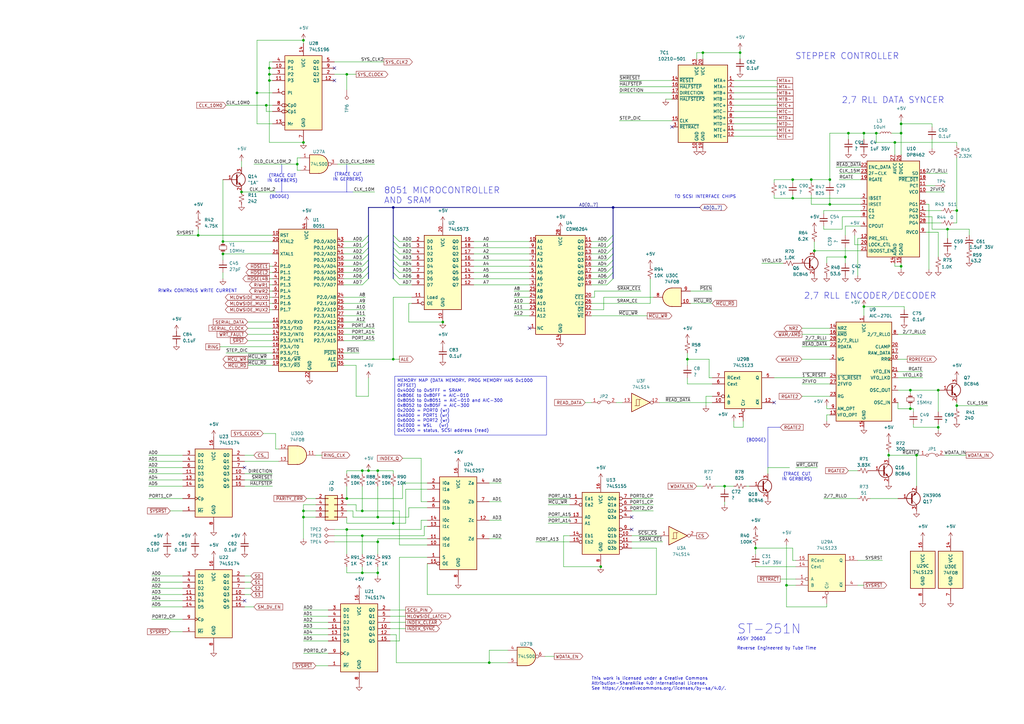
<source format=kicad_sch>
(kicad_sch (version 20231120) (generator "eeschema") (generator_version "8.0")
  (paper "A3")
  (junction (at 373.38 167.64))
  (junction (at 369.57 50.8))
  (junction (at 251.46 85.09))
  (junction (at 364.49 186.69))
  (junction (at 148.59 234.95))
  (junction (at 148.59 209.55))
  (junction (at 154.94 212.09))
  (junction (at 161.29 147.32))
  (junction (at 110.49 27.94))
  (junction (at 369.57 54.61))
  (junction (at 332.74 73.66))
  (junction (at 124.46 16.51))
  (junction (at 148.59 219.71))
  (junction (at 124.46 212.09))
  (junction (at 200.66 271.78))
  (junction (at 110.49 33.02))
  (junction (at 325.12 73.66))
  (junction (at 109.22 43.18))
  (junction (at 303.53 21.59))
  (junction (at 354.33 125.73))
  (junction (at 322.58 240.03))
  (junction (at 373.38 160.02))
  (junction (at 110.49 30.48))
  (junction (at 309.88 224.79))
  (junction (at 148.59 193.04))
  (junction (at 367.03 58.42))
  (junction (at 124.46 58.42))
  (junction (at 91.44 104.14))
  (junction (at 325.12 81.28))
  (junction (at 91.44 99.06))
  (junction (at 246.38 232.41))
  (junction (at 340.36 73.66))
  (junction (at 81.28 96.52))
  (junction (at 334.01 102.87))
  (junction (at 154.94 234.95))
  (junction (at 392.43 86.36))
  (junction (at 384.81 175.26))
  (junction (at 154.94 193.04))
  (junction (at 388.62 93.98))
  (junction (at 154.94 222.25))
  (junction (at 297.18 199.39))
  (junction (at 346.71 105.41))
  (junction (at 181.61 132.08))
  (junction (at 375.92 186.69))
  (junction (at 369.57 109.22))
  (junction (at 142.24 30.48))
  (junction (at 392.43 166.37))
  (junction (at 281.94 147.32))
  (junction (at 347.98 54.61))
  (junction (at 142.24 217.17))
  (junction (at 99.06 78.74))
  (junction (at 124.46 209.55))
  (junction (at 288.29 21.59))
  (junction (at 354.33 54.61))
  (junction (at 105.41 38.1))
  (junction (at 340.36 83.82))
  (junction (at 161.29 214.63))
  (junction (at 121.92 67.31))
  (junction (at 142.24 204.47))
  (junction (at 151.13 193.04))
  (junction (at 384.81 160.02))
  (junction (at 359.41 54.61))
  (junction (at 161.29 85.09))
  (no_connect (at 317.5 165.1))
  (no_connect (at 259.08 217.17))
  (no_connect (at 137.16 27.94))
  (no_connect (at 275.59 52.07))
  (no_connect (at 137.16 33.02))
  (no_connect (at 217.17 134.62))
  (no_connect (at 259.08 212.09))
  (no_connect (at 100.33 191.77))
  (no_connect (at 100.33 246.38))
  (bus_entry (at 248.92 101.6) (size 2.54 -2.54))
  (bus_entry (at 148.59 99.06) (size 2.54 -2.54))
  (bus_entry (at 248.92 111.76) (size 2.54 -2.54))
  (bus_entry (at 163.83 116.84) (size -2.54 -2.54))
  (bus_entry (at 163.83 101.6) (size -2.54 -2.54))
  (bus_entry (at 248.92 106.68) (size 2.54 -2.54))
  (bus_entry (at 163.83 111.76) (size -2.54 -2.54))
  (bus_entry (at 148.59 116.84) (size 2.54 -2.54))
  (bus_entry (at 163.83 109.22) (size -2.54 -2.54))
  (bus_entry (at 163.83 104.14) (size -2.54 -2.54))
  (bus_entry (at 148.59 109.22) (size 2.54 -2.54))
  (bus_entry (at 248.92 116.84) (size 2.54 -2.54))
  (bus_entry (at 248.92 114.3) (size 2.54 -2.54))
  (bus_entry (at 148.59 111.76) (size 2.54 -2.54))
  (bus_entry (at 248.92 99.06) (size 2.54 -2.54))
  (bus_entry (at 148.59 114.3) (size 2.54 -2.54))
  (bus_entry (at 163.83 114.3) (size -2.54 -2.54))
  (bus_entry (at 248.92 109.22) (size 2.54 -2.54))
  (bus_entry (at 163.83 106.68) (size -2.54 -2.54))
  (bus_entry (at 248.92 104.14) (size 2.54 -2.54))
  (bus_entry (at 148.59 104.14) (size 2.54 -2.54))
  (bus_entry (at 163.83 99.06) (size -2.54 -2.54))
  (bus_entry (at 148.59 101.6) (size 2.54 -2.54))
  (bus_entry (at 148.59 106.68) (size 2.54 -2.54))
  (wire (pts (xy 367.03 109.22) (xy 369.57 109.22)))
  (wire (pts (xy 124.46 260.35) (xy 134.62 260.35)))
  (bus (pts (xy 161.29 104.14) (xy 161.29 106.68)))
  (wire (pts (xy 154.94 212.09) (xy 144.78 212.09)))
  (wire (pts (xy 124.46 257.81) (xy 134.62 257.81)))
  (wire (pts (xy 110.49 27.94) (xy 110.49 30.48)))
  (wire (pts (xy 351.79 240.03) (xy 354.33 240.03)))
  (wire (pts (xy 161.29 121.92) (xy 168.91 121.92)))
  (wire (pts (xy 124.46 267.97) (xy 134.62 267.97)))
  (wire (pts (xy 382.27 50.8) (xy 369.57 50.8)))
  (wire (pts (xy 160.02 260.35) (xy 162.56 260.35)))
  (wire (pts (xy 163.83 99.06) (xy 168.91 99.06)))
  (wire (pts (xy 121.92 64.77) (xy 123.19 64.77)))
  (wire (pts (xy 110.49 58.42) (xy 124.46 58.42)))
  (wire (pts (xy 163.83 109.22) (xy 168.91 109.22)))
  (wire (pts (xy 326.39 229.87) (xy 325.12 229.87)))
  (wire (pts (xy 60.96 186.69) (xy 74.93 186.69)))
  (bus (pts (xy 251.46 96.52) (xy 251.46 99.06)))
  (wire (pts (xy 81.28 96.52) (xy 111.76 96.52)))
  (wire (pts (xy 297.18 205.74) (xy 297.18 207.01)))
  (wire (pts (xy 110.49 114.3) (xy 111.76 114.3)))
  (wire (pts (xy 140.97 124.46) (xy 149.86 124.46)))
  (wire (pts (xy 354.33 54.61) (xy 359.41 54.61)))
  (wire (pts (xy 91.44 104.14) (xy 111.76 104.14)))
  (wire (pts (xy 382.27 52.07) (xy 382.27 50.8)))
  (wire (pts (xy 288.29 21.59) (xy 303.53 21.59)))
  (bus (pts (xy 251.46 85.09) (xy 251.46 96.52)))
  (wire (pts (xy 345.44 93.98) (xy 337.82 93.98)))
  (wire (pts (xy 224.79 204.47) (xy 233.68 204.47)))
  (wire (pts (xy 379.73 83.82) (xy 381 83.82)))
  (bus (pts (xy 151.13 114.3) (xy 151.13 111.76)))
  (bus (pts (xy 161.29 111.76) (xy 161.29 114.3)))
  (wire (pts (xy 62.23 236.22) (xy 74.93 236.22)))
  (wire (pts (xy 140.97 121.92) (xy 149.86 121.92)))
  (wire (pts (xy 388.62 93.98) (xy 388.62 97.79)))
  (wire (pts (xy 124.46 212.09) (xy 124.46 220.98)))
  (wire (pts (xy 140.97 129.54) (xy 149.86 129.54)))
  (wire (pts (xy 124.46 262.89) (xy 134.62 262.89)))
  (wire (pts (xy 161.29 147.32) (xy 163.83 147.32)))
  (wire (pts (xy 100.33 248.92) (xy 104.14 248.92)))
  (wire (pts (xy 160.02 262.89) (xy 163.83 262.89)))
  (wire (pts (xy 325.12 73.66) (xy 325.12 74.93)))
  (wire (pts (xy 326.39 240.03) (xy 322.58 240.03)))
  (wire (pts (xy 151.13 193.04) (xy 148.59 193.04)))
  (wire (pts (xy 289.56 162.56) (xy 289.56 166.37)))
  (wire (pts (xy 101.6 134.62) (xy 111.76 134.62)))
  (wire (pts (xy 140.97 104.14) (xy 148.59 104.14)))
  (wire (pts (xy 154.94 234.95) (xy 154.94 236.22)))
  (wire (pts (xy 125.73 204.47) (xy 129.54 204.47)))
  (wire (pts (xy 60.96 204.47) (xy 74.93 204.47)))
  (wire (pts (xy 375.92 186.69) (xy 375.92 199.39)))
  (wire (pts (xy 151.13 154.94) (xy 151.13 162.56)))
  (wire (pts (xy 111.76 25.4) (xy 110.49 25.4)))
  (wire (pts (xy 100.33 194.31) (xy 111.76 194.31)))
  (wire (pts (xy 100.33 189.23) (xy 114.3 189.23)))
  (wire (pts (xy 292.1 119.38) (xy 283.21 119.38)))
  (wire (pts (xy 317.5 154.94) (xy 340.36 154.94)))
  (wire (pts (xy 304.8 175.26) (xy 300.99 175.26)))
  (wire (pts (xy 163.83 223.52) (xy 175.26 223.52)))
  (wire (pts (xy 142.24 193.04) (xy 142.24 194.31)))
  (wire (pts (xy 124.46 250.19) (xy 134.62 250.19)))
  (wire (pts (xy 110.49 127) (xy 111.76 127)))
  (wire (pts (xy 354.33 125.73) (xy 370.84 125.73)))
  (wire (pts (xy 148.59 209.55) (xy 163.83 209.55)))
  (wire (pts (xy 332.74 73.66) (xy 340.36 73.66)))
  (wire (pts (xy 351.79 229.87) (xy 361.95 229.87)))
  (wire (pts (xy 200.66 266.7) (xy 200.66 271.78)))
  (wire (pts (xy 344.17 71.12) (xy 353.06 71.12)))
  (wire (pts (xy 231.14 232.41) (xy 246.38 232.41)))
  (wire (pts (xy 242.57 101.6) (xy 248.92 101.6)))
  (wire (pts (xy 146.05 207.01) (xy 146.05 209.55)))
  (wire (pts (xy 322.58 223.52) (xy 322.58 240.03)))
  (wire (pts (xy 373.38 160.02) (xy 384.81 160.02)))
  (wire (pts (xy 105.41 50.8) (xy 105.41 38.1)))
  (wire (pts (xy 259.08 209.55) (xy 267.97 209.55)))
  (wire (pts (xy 392.43 166.37) (xy 392.43 167.64)))
  (wire (pts (xy 231.14 219.71) (xy 231.14 232.41)))
  (wire (pts (xy 194.31 106.68) (xy 217.17 106.68)))
  (wire (pts (xy 110.49 124.46) (xy 111.76 124.46)))
  (wire (pts (xy 369.57 54.61) (xy 369.57 63.5)))
  (wire (pts (xy 140.97 127) (xy 149.86 127)))
  (wire (pts (xy 100.33 241.3) (xy 102.87 241.3)))
  (bus (pts (xy 251.46 104.14) (xy 251.46 106.68)))
  (wire (pts (xy 387.35 186.69) (xy 396.24 186.69)))
  (wire (pts (xy 200.66 220.98) (xy 205.74 220.98)))
  (wire (pts (xy 292.1 162.56) (xy 289.56 162.56)))
  (wire (pts (xy 317.5 81.28) (xy 317.5 80.01)))
  (wire (pts (xy 129.54 209.55) (xy 124.46 209.55)))
  (wire (pts (xy 317.5 73.66) (xy 325.12 73.66)))
  (bus (pts (xy 151.13 85.09) (xy 161.29 85.09)))
  (wire (pts (xy 101.6 149.86) (xy 111.76 149.86)))
  (wire (pts (xy 384.81 175.26) (xy 384.81 176.53)))
  (wire (pts (xy 140.97 101.6) (xy 148.59 101.6)))
  (wire (pts (xy 142.24 212.09) (xy 142.24 214.63)))
  (wire (pts (xy 148.59 193.04) (xy 148.59 194.31)))
  (wire (pts (xy 353.06 97.79) (xy 351.79 97.79)))
  (wire (pts (xy 140.97 149.86) (xy 146.05 149.86)))
  (wire (pts (xy 281.94 157.48) (xy 281.94 154.94)))
  (wire (pts (xy 154.94 212.09) (xy 167.64 212.09)))
  (wire (pts (xy 379.73 91.44) (xy 386.08 91.44)))
  (wire (pts (xy 165.1 204.47) (xy 165.1 198.12)))
  (wire (pts (xy 369.57 50.8) (xy 369.57 54.61)))
  (wire (pts (xy 100.33 236.22) (xy 102.87 236.22)))
  (wire (pts (xy 200.66 266.7) (xy 208.28 266.7)))
  (wire (pts (xy 379.73 86.36) (xy 386.08 86.36)))
  (wire (pts (xy 356.87 204.47) (xy 368.3 204.47)))
  (wire (pts (xy 373.38 167.64) (xy 374.65 167.64)))
  (wire (pts (xy 124.46 207.01) (xy 124.46 209.55)))
  (wire (pts (xy 384.81 173.99) (xy 384.81 175.26)))
  (wire (pts (xy 165.1 187.96) (xy 172.72 187.96)))
  (wire (pts (xy 243.84 119.38) (xy 262.89 119.38)))
  (wire (pts (xy 140.97 114.3) (xy 148.59 114.3)))
  (wire (pts (xy 242.57 116.84) (xy 248.92 116.84)))
  (wire (pts (xy 320.04 237.49) (xy 326.39 237.49)))
  (wire (pts (xy 210.82 129.54) (xy 217.17 129.54)))
  (wire (pts (xy 124.46 212.09) (xy 129.54 212.09)))
  (wire (pts (xy 101.6 137.16) (xy 111.76 137.16)))
  (wire (pts (xy 175.26 200.66) (xy 166.37 200.66)))
  (bus (pts (xy 161.29 85.09) (xy 251.46 85.09)))
  (wire (pts (xy 148.59 219.71) (xy 148.59 227.33)))
  (wire (pts (xy 233.68 212.09) (xy 224.79 212.09)))
  (polyline (pts (xy 115.57 73.66) (xy 115.57 78.74)))
  (bus (pts (xy 161.29 99.06) (xy 161.29 101.6)))
  (wire (pts (xy 242.57 124.46) (xy 266.7 124.46)))
  (wire (pts (xy 154.94 222.25) (xy 154.94 227.33)))
  (wire (pts (xy 154.94 199.39) (xy 154.94 212.09)))
  (wire (pts (xy 105.41 16.51) (xy 124.46 16.51)))
  (wire (pts (xy 194.31 111.76) (xy 217.17 111.76)))
  (wire (pts (xy 121.92 69.85) (xy 123.19 69.85)))
  (wire (pts (xy 110.49 116.84) (xy 111.76 116.84)))
  (wire (pts (xy 373.38 166.37) (xy 373.38 167.64)))
  (wire (pts (xy 140.97 106.68) (xy 148.59 106.68)))
  (wire (pts (xy 104.14 67.31) (xy 121.92 67.31)))
  (wire (pts (xy 146.05 149.86) (xy 146.05 162.56)))
  (wire (pts (xy 105.41 38.1) (xy 105.41 16.51)))
  (wire (pts (xy 339.09 170.18) (xy 339.09 172.72)))
  (wire (pts (xy 200.66 271.78) (xy 208.28 271.78)))
  (wire (pts (xy 391.16 91.44) (xy 392.43 91.44)))
  (wire (pts (xy 60.96 199.39) (xy 74.93 199.39)))
  (wire (pts (xy 110.49 25.4) (xy 110.49 27.94)))
  (bus (pts (xy 251.46 85.09) (xy 287.02 85.09)))
  (wire (pts (xy 194.31 101.6) (xy 217.17 101.6)))
  (wire (pts (xy 397.51 93.98) (xy 397.51 96.52)))
  (wire (pts (xy 161.29 214.63) (xy 142.24 214.63)))
  (wire (pts (xy 160.02 252.73) (xy 166.37 252.73)))
  (wire (pts (xy 259.08 207.01) (xy 267.97 207.01)))
  (wire (pts (xy 328.93 157.48) (xy 340.36 157.48)))
  (wire (pts (xy 242.57 106.68) (xy 248.92 106.68)))
  (wire (pts (xy 142.24 199.39) (xy 142.24 204.47)))
  (wire (pts (xy 337.82 93.98) (xy 337.82 92.71)))
  (wire (pts (xy 172.72 187.96) (xy 172.72 205.74)))
  (wire (pts (xy 369.57 109.22) (xy 369.57 107.95)))
  (wire (pts (xy 109.22 43.18) (xy 111.76 43.18)))
  (wire (pts (xy 368.3 154.94) (xy 378.46 154.94)))
  (wire (pts (xy 270.51 165.1) (xy 292.1 165.1)))
  (wire (pts (xy 210.82 127) (xy 217.17 127)))
  (wire (pts (xy 285.75 21.59) (xy 288.29 21.59)))
  (wire (pts (xy 346.71 92.71) (xy 353.06 92.71)))
  (wire (pts (xy 194.31 104.14) (xy 217.17 104.14)))
  (wire (pts (xy 367.03 58.42) (xy 392.43 58.42)))
  (bus (pts (xy 151.13 99.06) (xy 151.13 96.52)))
  (polyline (pts (xy 113.03 78.74) (xy 142.24 78.74)))
  (wire (pts (xy 309.88 224.79) (xy 309.88 227.33)))
  (wire (pts (xy 354.33 125.73) (xy 354.33 129.54)))
  (wire (pts (xy 285.75 199.39) (xy 288.29 199.39)))
  (wire (pts (xy 368.3 147.32) (xy 372.11 147.32)))
  (wire (pts (xy 81.28 93.98) (xy 81.28 96.52)))
  (wire (pts (xy 290.83 147.32) (xy 281.94 147.32)))
  (wire (pts (xy 391.16 86.36) (xy 392.43 86.36)))
  (wire (pts (xy 154.94 232.41) (xy 154.94 234.95)))
  (wire (pts (xy 62.23 241.3) (xy 74.93 241.3)))
  (wire (pts (xy 194.31 99.06) (xy 217.17 99.06)))
  (wire (pts (xy 148.59 234.95) (xy 154.94 234.95)))
  (wire (pts (xy 314.96 191.77) (xy 314.96 194.31)))
  (bus (pts (xy 251.46 106.68) (xy 251.46 109.22)))
  (wire (pts (xy 297.18 199.39) (xy 297.18 200.66)))
  (bus (pts (xy 161.29 109.22) (xy 161.29 111.76)))
  (wire (pts (xy 62.23 248.92) (xy 74.93 248.92)))
  (wire (pts (xy 168.91 124.46) (xy 167.64 124.46)))
  (wire (pts (xy 194.31 109.22) (xy 217.17 109.22)))
  (wire (pts (xy 175.26 213.36) (xy 172.72 213.36)))
  (wire (pts (xy 163.83 101.6) (xy 168.91 101.6)))
  (wire (pts (xy 332.74 80.01) (xy 332.74 83.82)))
  (wire (pts (xy 369.57 49.53) (xy 369.57 50.8)))
  (wire (pts (xy 365.76 54.61) (xy 369.57 54.61)))
  (bus (pts (xy 161.29 106.68) (xy 161.29 109.22)))
  (bus (pts (xy 161.29 96.52) (xy 161.29 99.06)))
  (wire (pts (xy 124.46 209.55) (xy 124.46 212.09)))
  (wire (pts (xy 142.24 30.48) (xy 142.24 36.83)))
  (bus (pts (xy 151.13 106.68) (xy 151.13 104.14)))
  (wire (pts (xy 247.65 127) (xy 247.65 121.92)))
  (wire (pts (xy 165.1 198.12) (xy 175.26 198.12)))
  (wire (pts (xy 60.96 196.85) (xy 74.93 196.85)))
  (wire (pts (xy 200.66 198.12) (xy 205.74 198.12)))
  (wire (pts (xy 137.16 30.48) (xy 142.24 30.48)))
  (wire (pts (xy 337.82 86.36) (xy 353.06 86.36)))
  (wire (pts (xy 129.54 207.01) (xy 124.46 207.01)))
  (wire (pts (xy 359.41 58.42) (xy 359.41 54.61)))
  (bus (pts (xy 251.46 101.6) (xy 251.46 104.14)))
  (wire (pts (xy 312.42 107.95) (xy 321.31 107.95)))
  (wire (pts (xy 99.06 78.74) (xy 113.03 78.74)))
  (wire (pts (xy 160.02 250.19) (xy 166.37 250.19)))
  (wire (pts (xy 121.92 64.77) (xy 121.92 67.31)))
  (wire (pts (xy 337.82 87.63) (xy 337.82 86.36)))
  (wire (pts (xy 242.57 129.54) (xy 265.43 129.54)))
  (wire (pts (xy 242.57 127) (xy 247.65 127)))
  (wire (pts (xy 254 49.53) (xy 275.59 49.53)))
  (wire (pts (xy 242.57 121.92) (xy 243.84 121.92)))
  (wire (pts (xy 254 38.1) (xy 275.59 38.1)))
  (polyline (pts (xy 142.24 73.66) (xy 142.24 78.74)))
  (wire (pts (xy 194.31 116.84) (xy 217.17 116.84)))
  (wire (pts (xy 172.72 217.17) (xy 142.24 217.17)))
  (wire (pts (xy 62.23 238.76) (xy 74.93 238.76)))
  (wire (pts (xy 148.59 199.39) (xy 148.59 209.55)))
  (wire (pts (xy 142.24 30.48) (xy 146.05 30.48)))
  (wire (pts (xy 368.3 152.4) (xy 378.46 152.4)))
  (wire (pts (xy 124.46 255.27) (xy 134.62 255.27)))
  (wire (pts (xy 163.83 116.84) (xy 168.91 116.84)))
  (wire (pts (xy 340.36 167.64) (xy 339.09 167.64)))
  (wire (pts (xy 166.37 200.66) (xy 166.37 214.63)))
  (bus (pts (xy 251.46 109.22) (xy 251.46 111.76)))
  (wire (pts (xy 292.1 124.46) (xy 283.21 124.46)))
  (wire (pts (xy 344.17 73.66) (xy 353.06 73.66)))
  (wire (pts (xy 300.99 33.02) (xy 318.77 33.02)))
  (wire (pts (xy 69.85 209.55) (xy 74.93 209.55)))
  (wire (pts (xy 100.33 243.84) (xy 102.87 243.84)))
  (wire (pts (xy 345.44 88.9) (xy 345.44 93.98)))
  (wire (pts (xy 175.26 220.98) (xy 154.94 220.98)))
  (wire (pts (xy 364.49 186.69) (xy 375.92 186.69)))
  (wire (pts (xy 303.53 20.32) (xy 303.53 21.59)))
  (wire (pts (xy 160.02 257.81) (xy 166.37 257.81)))
  (wire (pts (xy 140.97 116.84) (xy 148.59 116.84)))
  (wire (pts (xy 162.56 271.78) (xy 200.66 271.78)))
  (polyline (pts (xy 142.24 67.31) (xy 142.24 71.12)))
  (wire (pts (xy 334.01 99.06) (xy 334.01 102.87)))
  (wire (pts (xy 91.44 111.76) (xy 91.44 114.3)))
  (wire (pts (xy 330.2 139.7) (xy 340.36 139.7)))
  (wire (pts (xy 110.49 30.48) (xy 111.76 30.48)))
  (wire (pts (xy 240.03 165.1) (xy 242.57 165.1)))
  (wire (pts (xy 290.83 154.94) (xy 290.83 147.32)))
  (wire (pts (xy 367.03 63.5) (xy 367.03 58.42)))
  (wire (pts (xy 111.76 45.72) (xy 109.22 45.72)))
  (wire (pts (xy 142.24 232.41) (xy 142.24 234.95)))
  (wire (pts (xy 332.74 83.82) (xy 340.36 83.82)))
  (wire (pts (xy 247.65 121.92) (xy 267.97 121.92)))
  (wire (pts (xy 167.64 212.09) (xy 167.64 208.28)))
  (wire (pts (xy 227.33 269.24) (xy 223.52 269.24)))
  (wire (pts (xy 266.7 114.3) (xy 266.7 124.46)))
  (wire (pts (xy 163.83 228.6) (xy 163.83 262.89)))
  (wire (pts (xy 353.06 102.87) (xy 334.01 102.87)))
  (bus (pts (xy 151.13 104.14) (xy 151.13 101.6)))
  (wire (pts (xy 140.97 111.76) (xy 148.59 111.76)))
  (wire (pts (xy 113.03 184.15) (xy 113.03 177.8)))
  (wire (pts (xy 368.3 137.16) (xy 379.73 137.16)))
  (wire (pts (xy 111.76 50.8) (xy 105.41 50.8)))
  (polyline (pts (xy 115.57 67.31) (xy 115.57 71.12)))
  (wire (pts (xy 142.24 204.47) (xy 165.1 204.47)))
  (wire (pts (xy 340.36 54.61) (xy 340.36 73.66)))
  (wire (pts (xy 300.99 38.1) (xy 318.77 38.1)))
  (wire (pts (xy 379.73 95.25) (xy 384.81 95.25)))
  (wire (pts (xy 346.71 96.52) (xy 346.71 92.71)))
  (wire (pts (xy 173.99 215.9) (xy 175.26 215.9)))
  (wire (pts (xy 346.71 101.6) (xy 346.71 105.41)))
  (wire (pts (xy 328.93 147.32) (xy 340.36 147.32)))
  (wire (pts (xy 339.09 107.95) (xy 339.09 105.41)))
  (wire (pts (xy 107.95 177.8) (xy 113.03 177.8)))
  (wire (pts (xy 142.24 207.01) (xy 146.05 207.01)))
  (wire (pts (xy 110.49 121.92) (xy 111.76 121.92)))
  (wire (pts (xy 259.08 219.71) (xy 270.51 219.71)))
  (wire (pts (xy 292.1 154.94) (xy 290.83 154.94)))
  (wire (pts (xy 367.03 58.42) (xy 359.41 58.42)))
  (wire (pts (xy 309.88 223.52) (xy 309.88 224.79)))
  (wire (pts (xy 367.03 107.95) (xy 367.03 109.22)))
  (wire (pts (xy 317.5 73.66) (xy 317.5 74.93)))
  (wire (pts (xy 392.43 165.1) (xy 392.43 166.37)))
  (wire (pts (xy 300.99 172.72) (xy 300.99 175.26)))
  (wire (pts (xy 233.68 219.71) (xy 231.14 219.71)))
  (wire (pts (xy 100.33 186.69) (xy 104.14 186.69)))
  (wire (pts (xy 373.38 160.02) (xy 373.38 161.29)))
  (wire (pts (xy 140.97 144.78) (xy 147.32 144.78)))
  (wire (pts (xy 339.09 105.41) (xy 346.71 105.41)))
  (polyline (pts (xy 314.96 191.77) (xy 314.96 175.26)))
  (wire (pts (xy 90.17 142.24) (xy 111.76 142.24)))
  (wire (pts (xy 200.66 213.36) (xy 205.74 213.36)))
  (wire (pts (xy 347.98 54.61) (xy 347.98 57.15)))
  (wire (pts (xy 121.92 67.31) (xy 121.92 69.85)))
  (wire (pts (xy 142.24 234.95) (xy 148.59 234.95)))
  (wire (pts (xy 293.37 199.39) (xy 297.18 199.39)))
  (wire (pts (xy 146.05 209.55) (xy 148.59 209.55)))
  (wire (pts (xy 114.3 184.15) (xy 113.03 184.15)))
  (wire (pts (xy 129.54 186.69) (xy 132.08 186.69)))
  (wire (pts (xy 351.79 97.79) (xy 351.79 113.03)))
  (wire (pts (xy 161.29 193.04) (xy 154.94 193.04)))
  (wire (pts (xy 175.26 243.84) (xy 269.24 243.84)))
  (wire (pts (xy 138.43 67.31) (xy 153.67 67.31)))
  (wire (pts (xy 325.12 224.79) (xy 309.88 224.79)))
  (bus (pts (xy 161.29 101.6) (xy 161.29 104.14)))
  (wire (pts (xy 110.49 109.22) (xy 111.76 109.22)))
  (wire (pts (xy 161.29 147.32) (xy 161.29 121.92)))
  (wire (pts (xy 259.08 222.25) (xy 271.78 222.25)))
  (wire (pts (xy 325.12 80.01) (xy 325.12 81.28)))
  (wire (pts (xy 340.36 83.82) (xy 353.06 83.82)))
  (wire (pts (xy 300.99 45.72) (xy 318.77 45.72)))
  (wire (pts (xy 325.12 81.28) (xy 353.06 81.28)))
  (wire (pts (xy 350.52 100.33) (xy 353.06 100.33)))
  (wire (pts (xy 281.94 147.32) (xy 281.94 149.86)))
  (wire (pts (xy 243.84 121.92) (xy 243.84 119.38)))
  (wire (pts (xy 340.36 170.18) (xy 339.09 170.18)))
  (wire (pts (xy 161.29 199.39) (xy 161.29 214.63)))
  (wire (pts (xy 140.97 139.7) (xy 153.67 139.7)))
  (bus (pts (xy 151.13 96.52) (xy 151.13 85.09)))
  (bus (pts (xy 151.13 111.76) (xy 151.13 109.22)))
  (wire (pts (xy 325.12 73.66) (xy 332.74 73.66)))
  (wire (pts (xy 100.33 199.39) (xy 111.76 199.39)))
  (wire (pts (xy 374.65 175.26) (xy 374.65 173.99)))
  (wire (pts (xy 175.26 243.84) (xy 175.26 231.14)))
  (wire (pts (xy 140.97 109.22) (xy 148.59 109.22)))
  (wire (pts (xy 379.73 76.2) (xy 383.54 76.2)))
  (wire (pts (xy 384.81 95.25) (xy 384.81 105.41)))
  (wire (pts (xy 281.94 144.78) (xy 281.94 147.32)))
  (wire (pts (xy 162.56 260.35) (xy 162.56 271.78)))
  (wire (pts (xy 339.09 166.37) (xy 339.09 167.64)))
  (wire (pts (xy 224.79 207.01) (xy 233.68 207.01)))
  (wire (pts (xy 167.64 132.08) (xy 181.61 132.08)))
  (wire (pts (xy 242.57 114.3) (xy 248.92 114.3)))
  (wire (pts (xy 142.24 217.17) (xy 142.24 227.33)))
  (wire (pts (xy 347.98 193.04) (xy 351.79 193.04)))
  (wire (pts (xy 368.3 160.02) (xy 373.38 160.02)))
  (wire (pts (xy 172.72 205.74) (xy 175.26 205.74)))
  (wire (pts (xy 317.5 81.28) (xy 325.12 81.28)))
  (wire (pts (xy 140.97 137.16) (xy 153.67 137.16)))
  (wire (pts (xy 346.71 105.41) (xy 346.71 107.95)))
  (wire (pts (xy 167.64 124.46) (xy 167.64 132.08)))
  (wire (pts (xy 124.46 16.51) (xy 124.46 17.78)))
  (wire (pts (xy 129.54 273.05) (xy 134.62 273.05)))
  (wire (pts (xy 100.33 196.85) (xy 111.76 196.85)))
  (wire (pts (xy 210.82 124.46) (xy 217.17 124.46)))
  (wire (pts (xy 328.93 162.56) (xy 340.36 162.56)))
  (wire (pts (xy 375.92 186.69) (xy 377.19 186.69)))
  (wire (pts (xy 60.96 194.31) (xy 74.93 194.31)))
  (wire (pts (xy 300.99 40.64) (xy 318.77 40.64)))
  (wire (pts (xy 160.02 255.27) (xy 166.37 255.27)))
  (wire (pts (xy 364.49 186.69) (xy 364.49 187.96)))
  (wire (pts (xy 137.16 25.4) (xy 157.48 25.4)))
  (wire (pts (xy 242.57 104.14) (xy 248.92 104.14)))
  (bus (pts (xy 151.13 101.6) (xy 151.13 99.06)))
  (wire (pts (xy 381 83.82) (xy 381 110.49)))
  (wire (pts (xy 62.23 243.84) (xy 74.93 243.84)))
  (wire (pts (xy 163.83 114.3) (xy 168.91 114.3)))
  (wire (pts (xy 91.44 99.06) (xy 111.76 99.06)))
  (wire (pts (xy 388.62 93.98) (xy 397.51 93.98)))
  (wire (pts (xy 379.73 71.12) (xy 388.62 71.12)))
  (wire (pts (xy 392.43 58.42) (xy 392.43 59.69)))
  (wire (pts (xy 110.49 111.76) (xy 111.76 111.76)))
  (wire (pts (xy 359.41 54.61) (xy 360.68 54.61)))
  (wire (pts (xy 300.99 35.56) (xy 318.77 35.56)))
  (wire (pts (xy 326.39 191.77) (xy 335.28 191.77)))
  (wire (pts (xy 100.33 238.76) (xy 102.87 238.76)))
  (wire (pts (xy 379.73 78.74) (xy 387.35 78.74)))
  (bus (pts (xy 251.46 99.06) (xy 251.46 101.6)))
  (wire (pts (xy 304.8 172.72) (xy 304.8 175.26)))
  (wire (pts (xy 254 35.56) (xy 275.59 35.56)))
  (wire (pts (xy 300.99 55.88) (xy 318.77 55.88)))
  (wire (pts (xy 200.66 205.74) (xy 205.74 205.74)))
  (wire (pts (xy 368.3 167.64) (xy 373.38 167.64)))
  (wire (pts (xy 105.41 38.1) (xy 111.76 38.1)))
  (wire (pts (xy 339.09 247.65) (xy 339.09 248.92)))
  (wire (pts (xy 110.49 119.38) (xy 111.76 119.38)))
  (wire (pts (xy 379.73 88.9) (xy 382.27 88.9)))
  (polyline (pts (xy 314.96 175.26) (xy 320.04 175.26)))
  (wire (pts (xy 259.08 204.47) (xy 267.97 204.47)))
  (wire (pts (xy 60.96 191.77) (xy 74.93 191.77)))
  (wire (pts (xy 252.73 165.1) (xy 255.27 165.1)))
  (wire (pts (xy 322.58 248.92) (xy 322.58 240.03)))
  (wire (pts (xy 163.83 228.6) (xy 175.26 228.6)))
  (wire (pts (xy 137.16 219.71) (xy 148.59 219.71)))
  (wire (pts (xy 300.99 50.8) (xy 318.77 50.8)))
  (wire (pts (xy 101.6 132.08) (xy 111.76 132.08)))
  (wire (pts (xy 148.59 193.04) (xy 142.24 193.04)))
  (wire (pts (xy 99.06 66.04) (xy 99.06 68.58)))
  (wire (pts (xy 161.29 194.31) (xy 161.29 193.04)))
  (wire (pts (xy 111.76 33.02) (xy 110.49 33.02)))
  (wire (pts (xy 163.83 209.55) (xy 163.83 223.52)))
  (wire (pts (xy 340.36 73.66) (xy 340.36 74.93)))
  (wire (pts (xy 339.09 248.92) (xy 322.58 248.92)))
  (wire (pts (xy 163.83 111.76) (xy 168.91 111.76)))
  (wire (pts (xy 167.64 208.28) (xy 175.26 208.28)))
  (wire (pts (xy 242.57 99.06) (xy 248.92 99.06)))
  (wire (pts (xy 374.65 175.26) (xy 384.81 175.26)))
  (wire (pts (xy 140.97 147.32) (xy 161.29 147.32)))
  (wire (pts (xy 144.78 78.74) (xy 153.67 78.74)))
  (wire (pts (xy 353.06 88.9) (xy 345.44 88.9)))
  (wire (pts (xy 303.53 24.13) (xy 303.53 21.59)))
  (wire (pts (xy 242.57 111.76) (xy 248.92 111.76)))
  (wire (pts (xy 332.74 74.93) (xy 332.74 73.66)))
  (wire (pts (xy 309.88 232.41) (xy 326.39 232.41)))
  (wire (pts (xy 354.33 57.15) (xy 354.33 54.61)))
  (wire (pts (xy 328.93 134.62) (xy 340.36 134.62)))
  (wire (pts (xy 382.27 93.98) (xy 388.62 93.98)))
  (wire (pts (xy 219.71 222.25) (xy 233.68 222.25)))
  (wire (pts (xy 137.16 222.25) (xy 154.94 222.25)))
  (wire (pts (xy 368.3 165.1) (xy 368.3 167.64)))
  (wire (pts (xy 347.98 54.61) (xy 354.33 54.61)))
  (wire (pts (xy 273.05 40.64) (xy 275.59 40.64)))
  (wire (pts (xy 374.65 167.64) (xy 374.65 168.91)))
  (wire (pts (xy 254 33.02) (xy 275.59 33.02)))
  (wire (pts (xy 62.23 254) (xy 74.93 254)))
  (wire (pts (xy 137.16 217.17) (xy 142.24 217.17)))
  (wire (pts (xy 242.57 109.22) (xy 248.92 109.22)))
  (wire (pts (xy 163.83 104.14) (xy 168.91 104.14)))
  (wire (pts (xy 300.99 199.39) (xy 297.18 199.39)))
  (wire (pts (xy 60.96 189.23) (xy 74.93 189.23)))
  (wire (pts (xy 325.12 229.87) (xy 325.12 224.79)))
  (wire (pts (xy 210.82 121.92) (xy 217.17 121.92)))
  (wire (pts (xy 392.43 166.37) (xy 405.13 166.37)))
  (wire (pts (xy 148.59 232.41) (xy 148.59 234.95)))
  (wire (pts (xy 154.94 193.04) (xy 151.13 193.04)))
  (polyline (pts (xy 144.78 78.74) (xy 142.24 78.74)))
  (wire (pts (xy 269.24 224.79) (xy 269.24 243.84)))
  (wire (pts (xy 384.81 160.02) (xy 384.81 168.91)))
  (wire (pts (xy 140.97 99.06) (xy 148.59 99.06)))
  (wire (pts (xy 292.1 157.48) (xy 281.94 157.48)))
  (wire (pts (xy 172.72 213.36) (xy 172.72 217.17)))
  (wire (pts (xy 154.94 193.04) (xy 154.94 194.31)))
  (wire (pts (xy 288.29 21.59) (xy 288.29 24.13)))
  (wire (pts (xy 224.79 214.63) (xy 233.68 214.63)))
  (wire (pts (xy 163.83 106.68) (xy 168.91 106.68)))
  (wire (pts (xy 259.08 224.79) (xy 269.24 224.79)))
  (wire (pts (xy 110.49 33.02) (xy 110.49 58.42)))
  (wire (pts (xy 166.37 214.63) (xy 161.29 214.63)))
  (wire (pts (xy 110.49 30.48) (xy 110.49 33.02)))
  (wire (pts (xy 154.94 220.98) (xy 154.94 222.25)))
  (wire (pts (xy 364.49 185.42) (xy 364.49 186.69)))
  (wire (pts (xy 370.84 125.73) (xy 370.84 127)))
  (wire (pts (xy 140.97 134.62) (xy 153.67 134.62)))
  (wire (pts (xy 300.99 53.34) (xy 318.77 53.34)))
  (wire (pts (xy 109.22 45.72) (xy 109.22 43.18)))
  (wire (pts (xy 140.97 132.08) (xy 149.86 132.08)))
  (bus (pts (xy 151.13 109.22) (xy 151.13 106.68)))
  (wire (pts (xy 72.39 96.52) (xy 81.28 96.52)))
  (wire (pts (xy 92.71 144.78) (xy 111.76 144.78)))
  (wire (pts (xy 300.99 43.18) (xy 318.77 43.18)))
  (wire (pts (xy 101.6 147.32) (xy 111.76 147.32)))
  (wire (pts (xy 392.43 64.77) (xy 392.43 86.36)))
  (wire (pts (xy 342.9 68.58) (xy 353.06 68.58)))
  (wire (pts (xy 340.36 54.61) (xy 347.98 54.61)))
  (wire (pts (xy 91.44 104.14) (xy 91.44 106.68)))
  (wire (pts (xy 148.59 219.71) (xy 173.99 219.71)))
  (wire (pts (xy 369.57 110.49) (xy 369.57 109.22)))
  (wire (pts (xy 91.44 73.66) (xy 91.44 99.06)))
  (wire (pts (xy 144.78 209.55) (xy 142.24 209.55)))
  (wire (pts (xy 194.31 114.3) (xy 217.17 114.3)))
  (wire (pts (xy 340.36 80.01) (xy 340.36 83.82)))
  (wire (pts (xy 173.99 219.71) (xy 173.99 215.9)))
  (wire (pts (xy 124.46 252.73) (xy 134.62 252.73)))
  (wire (pts (xy 328.93 137.16) (xy 340.36 137.16)))
  (wire (pts (xy 146.05 162.56) (xy 151.13 162.56)))
  (wire (pts (xy 382.27 60.96) (xy 382.27 57.15)))
  (bus (pts (xy 161.29 85.09) (xy 161.29 96.52)))
  (wire (pts (xy 69.85 259.08) (xy 74.93 259.08)))
  (wire (pts (xy 144.78 212.09) (xy 144.78 209.55)))
  (wire (pts (xy 62.23 246.38) (xy 74.93 246.38)))
  (bus (pts (xy 251.46 111.76) (xy 251.46 114.3)))
  (wire (pts (xy 350.52 96.52) (xy 350.52 100.33)))
  (wire (pts (xy 285.75 24.13) (xy 285.75 21.59)))
  (wire (pts (xy 101.6 139.7) (xy 111.76 139.7)))
  (wire (pts (xy 92.71 43.18) (xy 109.22 43.18)))
  (wire (pts (xy 306.07 199.39) (xy 307.34 199.39)))
  (wire (pts (xy 328.93 142.24) (xy 340.36 142.24)))
  (wire (pts (xy 300.99 48.26) (xy 318.77 48.26)))
  (wire (pts (xy 392.43 86.36) (xy 392.43 91.44)))
  (wire (pts (xy 110.49 27.94) (xy 111.76 27.94)))
  (wire (pts (xy 314.96 191.77) (xy 323.85 191.77)))
  (wire (pts (xy 382.27 88.9) (xy 382.27 93.98)))
  (wire (pts (xy 210.82 119.38) (xy 217.17 119.38)))
  (wire (pts (xy 337.82 204.47) (xy 351.79 204.47)))
  (text_box "MEMORY MAP (DATA MEMORY. PROG MEMORY HAS 0x1000 OFFSET)\n0x4000 to 0x5FFF = SRAM\n0x806E to 0x80FF = AIC-010\n0x8050 to 0x8051 = AIC-010 and AIC-300\n0x8052 to 0x805F = AIC-300\n0x2000 = PORT0 (wr)\n0xA000 = PORT1 (wr)\n0x6000 = PORT2 (wr)\n0xE000 = WSL   (wr)\n0xC000 = status, SCSI address (read)\n\n" (at 161.925 154.305 0) (size 62.23 24.13) (effects (font (size 1.27 1.27)) (justify left top)))
  (text "(TRACE CUT\nIN GERBERS)" (at 115.824 73.152 0) (effects (font (size 1.27 1.27))))
  (text "(TRACE CUT\nIN GERBERS)" (at 326.898 195.58 0) (effects (font (size 1.27 1.27))))
  (text "ASSY 20603" (at 302.26 262.89 0) (effects (font (size 1.27 1.27)) (justify left bottom)))
  (text "This work is licensed under a Creative Commons\nAttribution-ShareAlike 4.0 International License.\nSee https://creativecommons.org/licenses/by-sa/4.0/.\n" (at 242.57 283.21 0) (effects (font (size 1.27 1.27)) (justify left bottom)))
  (text "2,7 RLL DATA SYNCER" (at 345.186 42.672 0) (effects (font (size 2.54 2.54)) (justify left bottom)))
  (text "Reverse Engineered by Tube Time" (at 302.26 266.7 0) (effects (font (size 1.27 1.27)) (justify left bottom)))
  (text "2,7 RLL ENCODER/DECODER" (at 329.692 122.936 0) (effects (font (size 2.54 2.54)) (justify left bottom)))
  (text "STEPPER CONTROLLER" (at 326.136 24.638 0) (effects (font (size 2.54 2.54)) (justify left bottom)))
  (text "(BODGE)" (at 310.134 180.594 0) (effects (font (size 1.27 1.27))))
  (text "8051 MICROCONTROLLER\nAND SRAM" (at 157.48 83.82 0) (effects (font (size 2.54 2.54)) (justify left bottom)))
  (text "(TRACE CUT\nIN GERBERS)" (at 142.748 72.644 0) (effects (font (size 1.27 1.27))))
  (text "TO SCSI INTERFACE CHIPS" (at 276.606 81.534 0) (effects (font (size 1.27 1.27)) (justify left bottom)))
  (text "ST-251N" (at 302.26 260.35 0) (effects (font (size 3.81 3.81)) (justify left bottom)))
  (text "(BODGE)" (at 114.554 80.772 0) (effects (font (size 1.27 1.27))))
  (text "RIWRx CONTROLS WRITE CURRENT" (at 64.77 120.142 0) (effects (font (size 1.27 1.27)) (justify left bottom)))
  (label "A6" (at 198.12 114.3 0))
  (label "CLK_10M" (at 153.67 78.74 180))
  (label "AD3" (at 248.92 106.68 180))
  (label "2{slash}7_RLLI" (at 388.62 71.12 180))
  (label "~{MCU_WR}" (at 101.6 147.32 0))
  (label "AD4" (at 60.96 196.85 0))
  (label "PORT_A13" (at 153.67 134.62 180))
  (label "PORT1_CP" (at 60.96 204.47 0))
  (label "~{1'S_RESET}" (at 328.93 154.94 0))
  (label "AD5" (at 165.1 111.76 0))
  (label "2{slash}7_RLLO" (at 379.73 137.16 180))
  (label "A4" (at 198.12 109.22 0))
  (label "~{MCU_WR}" (at 261.62 129.54 180))
  (label "CLK_10M0" (at 92.71 43.18 0))
  (label "~{SRAM_CE1}" (at 271.78 222.25 180))
  (label "~{READ_DATA}" (at 283.21 165.1 180))
  (label "A2" (at 198.12 104.14 0))
  (label "RGATE" (at 344.17 73.66 0))
  (label "AD5" (at 144.78 111.76 0))
  (label "~{READ_DATA}" (at 342.9 68.58 0))
  (label "AD4" (at 248.92 109.22 180))
  (label "AD0" (at 60.96 186.69 0))
  (label "AD0" (at 144.78 99.06 0))
  (label "~{MCU_RD}" (at 292.1 124.46 180))
  (label "~{SMRESET}" (at 254 33.02 0))
  (label "A7" (at 198.12 116.84 0))
  (label "AD3" (at 205.74 213.36 180))
  (label "AD2" (at 248.92 104.14 180))
  (label "SRAM_CE" (at 261.62 124.46 180))
  (label "A5" (at 198.12 111.76 0))
  (label "PORT_A15" (at 153.67 139.7 180))
  (label "A1" (at 198.12 101.6 0))
  (label "~{SMRESET}" (at 111.76 196.85 180))
  (label "AD2" (at 62.23 241.3 0))
  (label "AD0" (at 165.1 99.06 0))
  (label "A8" (at 149.86 121.92 180))
  (label "AD2" (at 60.96 191.77 0))
  (label "A8" (at 210.82 119.38 0))
  (label "A9" (at 210.82 121.92 0))
  (label "~{HALFSTEP}" (at 254 35.56 0))
  (label "2FVFO" (at 387.35 78.74 180))
  (label "~{RGATE2}" (at 377.19 186.69 180))
  (label "OLD_CLK_10M_2" (at 104.14 67.31 0))
  (label "AD[0..7]" (at 237.49 85.09 0))
  (label "~{HALFSTEP}" (at 111.76 199.39 180))
  (label "A12" (at 210.82 129.54 0))
  (label "A10" (at 210.82 124.46 0))
  (label "PORT2_CP" (at 267.97 209.55 180))
  (label "PORT_A14" (at 153.67 137.16 180))
  (label "SYSRST" (at 72.39 96.52 0))
  (label "2FVFO" (at 328.93 157.48 0))
  (label "A10" (at 149.86 127 180))
  (label "PORT0_CP" (at 124.46 267.97 0))
  (label "AD7" (at 248.92 116.84 180))
  (label "~{PSEN}" (at 147.32 144.78 180))
  (label "AD0" (at 124.46 250.19 0))
  (label "~{SRAM_CE1}" (at 262.89 119.38 180))
  (label "SYSRST" (at 361.95 229.87 180))
  (label "AD1" (at 124.46 252.73 0))
  (label "PORT_A13" (at 224.79 204.47 0))
  (label "2{slash}7_RLLO" (at 337.82 204.47 0))
  (label "AD6" (at 144.78 114.3 0))
  (label "STEP_OIC" (at 254 49.53 0))
  (label "RGATE" (at 378.46 152.4 180))
  (label "AD7" (at 165.1 116.84 0))
  (label "AD5" (at 60.96 199.39 0))
  (label "DIRECTION" (at 111.76 194.31 180))
  (label "AD3" (at 60.96 194.31 0))
  (label "AD5" (at 248.92 111.76 180))
  (label "~{SCSI_CS}" (at 261.62 219.71 0))
  (label "AD3" (at 124.46 257.81 0))
  (label "AD5" (at 62.23 248.92 0))
  (label "AD4" (at 165.1 109.22 0))
  (label "AD1" (at 205.74 205.74 180))
  (label "STEP_OIC" (at 92.71 144.78 0))
  (label "AD0" (at 62.23 236.22 0))
  (label "AD3" (at 165.1 106.68 0))
  (label "PORT0_CP" (at 267.97 204.47 180))
  (label "DIRECTION" (at 254 38.1 0))
  (label "AD5" (at 124.46 262.89 0))
  (label "WDATA_IN" (at 396.24 186.69 180))
  (label "2{slash}7_RLLI" (at 330.2 139.7 0))
  (label "VFO_LKD" (at 312.42 107.95 0))
  (label "AD4" (at 124.46 260.35 0))
  (label "A9" (at 149.86 124.46 180))
  (label "AD2" (at 124.46 255.27 0))
  (label "AD3" (at 62.23 243.84 0))
  (label "OLD_CLK_10M0" (at 153.67 67.31 180))
  (label "A11" (at 149.86 129.54 180))
  (label "AD1" (at 60.96 189.23 0))
  (label "~{WRT_GATE}" (at 326.39 191.77 0))
  (label "AD2" (at 205.74 220.98 180))
  (label "AD1" (at 144.78 101.6 0))
  (label "AD4" (at 62.23 246.38 0))
  (label "AD6" (at 165.1 114.3 0))
  (label "AD1" (at 248.92 101.6 180))
  (label "PORT_A15" (at 224.79 212.09 0))
  (label "AD1" (at 62.23 238.76 0))
  (label "~{PSEN}" (at 292.1 119.38 180))
  (label "~{READ_DATA}" (at 328.93 142.24 0))
  (label "PORT_A14" (at 224.79 214.63 0))
  (label "AD7" (at 144.78 116.84 0))
  (label "PORT2_CP" (at 62.23 254 0))
  (label "AD0" (at 248.92 99.06 180))
  (label "CLK_15M" (at 405.13 166.37 180))
  (label "AD0" (at 205.74 198.12 180))
  (label "A3" (at 198.12 106.68 0))
  (label "~{MCU_RD}" (at 101.6 149.86 0))
  (label "PORT_A13" (at 219.71 222.25 0))
  (label "SYS_CLK2" (at 157.48 25.4 180))
  (label "VFO_LKD" (at 378.46 154.94 180))
  (label "AD2" (at 144.78 104.14 0))
  (label "AD6" (at 248.92 114.3 180))
  (label "AD3" (at 144.78 106.68 0))
  (label "~{MCU_WR}" (at 224.79 207.01 0))
  (label "CLK_10M_2" (at 113.03 78.74 180))
  (label "A0" (at 198.12 99.06 0))
  (label "AD2" (at 165.1 104.14 0))
  (label "CLK_15M" (at 344.17 71.12 0))
  (label "A12" (at 149.86 132.08 180))
  (label "A11" (at 210.82 127 0))
  (label "PORT1_CP" (at 267.97 207.01 180))
  (label "AD1" (at 165.1 101.6 0))
  (label "AD4" (at 144.78 109.22 0))
  (global_label "S3" (shape input) (at 102.87 243.84 0) (property "Intersheetrefs" "${INTERSHEET_REFS}" (effects (hide yes))))
  (global_label "SM_DV_EN" (shape input) (at 104.14 248.92 0) (property "Intersheetrefs" "${INTERSHEET_REFS}" (effects (hide yes))))
  (global_label "RGATE2" (shape input) (at 347.98 193.04 180) (property "Intersheetrefs" "${INTERSHEET_REFS}" (effects (hide yes))))
  (global_label "MTC-" (shape passive) (at 318.77 45.72 0) (property "Intersheetrefs" "${INTERSHEET_REFS}" (effects (hide yes))))
  (global_label "SERIAL_CLOCK" (shape input) (at 101.6 134.62 180) (property "Intersheetrefs" "${INTERSHEET_REFS}" (effects (hide yes))))
  (global_label "~{SYSRST}" (shape input) (at 69.85 209.55 180) (property "Intersheetrefs" "${INTERSHEET_REFS}" (effects (hide yes))))
  (global_label "~{WRT_FAULT}" (shape input) (at 101.6 137.16 180) (property "Intersheetrefs" "${INTERSHEET_REFS}" (effects (hide yes))))
  (global_label "~{MCU_WR}" (shape output) (at 101.6 147.32 180) (property "Intersheetrefs" "${INTERSHEET_REFS}" (effects (hide yes))))
  (global_label "INDEX_Q" (shape input) (at 165.1 187.96 180) (property "Intersheetrefs" "${INTERSHEET_REFS}" (effects (hide yes))))
  (global_label "RING_CLK" (shape output) (at 132.08 186.69 0) (property "Intersheetrefs" "${INTERSHEET_REFS}" (effects (hide yes))))
  (global_label "CS_" (shape input) (at 104.14 186.69 0) (property "Intersheetrefs" "${INTERSHEET_REFS}" (effects (hide yes))))
  (global_label "~{MCU_WR}" (shape output) (at 265.43 129.54 0) (property "Intersheetrefs" "${INTERSHEET_REFS}" (effects (hide yes))))
  (global_label "WDATA_EN" (shape input) (at 285.75 199.39 180) (property "Intersheetrefs" "${INTERSHEET_REFS}" (effects (hide yes))))
  (global_label "~{SYSRST}" (shape input) (at 129.54 273.05 180) (property "Intersheetrefs" "${INTERSHEET_REFS}" (effects (hide yes))))
  (global_label "MLOWSIDE_MUX1" (shape output) (at 110.49 124.46 180) (property "Intersheetrefs" "${INTERSHEET_REFS}" (effects (hide yes))))
  (global_label "WGATE2" (shape bidirectional) (at 328.93 147.32 180) (property "Intersheetrefs" "${INTERSHEET_REFS}" (effects (hide yes))))
  (global_label "MLOWSIDE_MUX2" (shape output) (at 110.49 127 180) (property "Intersheetrefs" "${INTERSHEET_REFS}" (effects (hide yes))))
  (global_label "SCSI_PIN" (shape output) (at 166.37 250.19 0) (property "Intersheetrefs" "${INTERSHEET_REFS}" (effects (hide yes))))
  (global_label "NRZ" (shape bidirectional) (at 328.93 134.62 180) (property "Intersheetrefs" "${INTERSHEET_REFS}" (effects (hide yes))))
  (global_label "~{INDEX_CLEAR}" (shape output) (at 166.37 255.27 0) (property "Intersheetrefs" "${INTERSHEET_REFS}" (effects (hide yes))))
  (global_label "MLOWSIDE_LATCH" (shape output) (at 166.37 252.73 0) (property "Intersheetrefs" "${INTERSHEET_REFS}" (effects (hide yes))))
  (global_label "~{SYSRST}" (shape output) (at 354.33 240.03 0) (property "Intersheetrefs" "${INTERSHEET_REFS}" (effects (hide yes))))
  (global_label "RGATE2" (shape input) (at 328.93 162.56 180) (property "Intersheetrefs" "${INTERSHEET_REFS}" (effects (hide yes))))
  (global_label "MTC+" (shape passive) (at 318.77 43.18 0) (property "Intersheetrefs" "${INTERSHEET_REFS}" (effects (hide yes))))
  (global_label "WDATA_IN" (shape output) (at 396.24 186.69 0) (property "Intersheetrefs" "${INTERSHEET_REFS}" (effects (hide yes))))
  (global_label "~{INDEX_SYNC}" (shape output) (at 166.37 257.81 0) (property "Intersheetrefs" "${INTERSHEET_REFS}" (effects (hide yes))))
  (global_label "MTD+" (shape passive) (at 318.77 48.26 0) (property "Intersheetrefs" "${INTERSHEET_REFS}" (effects (hide yes))))
  (global_label "~{HDSEL4B}" (shape output) (at 110.49 114.3 180) (property "Intersheetrefs" "${INTERSHEET_REFS}" (effects (hide yes))))
  (global_label "S2" (shape input) (at 102.87 241.3 0) (property "Intersheetrefs" "${INTERSHEET_REFS}" (effects (hide yes))))
  (global_label "ALE" (shape output) (at 163.83 147.32 0) (property "Intersheetrefs" "${INTERSHEET_REFS}" (effects (hide yes))))
  (global_label "SERIAL_DATA" (shape input) (at 101.6 132.08 180) (property "Intersheetrefs" "${INTERSHEET_REFS}" (effects (hide yes))))
  (global_label "S1" (shape input) (at 102.87 238.76 0) (property "Intersheetrefs" "${INTERSHEET_REFS}" (effects (hide yes))))
  (global_label "WDATA_EN" (shape output) (at 227.33 269.24 0) (property "Intersheetrefs" "${INTERSHEET_REFS}" (effects (hide yes))))
  (global_label "~{SRST}" (shape input) (at 101.6 139.7 180) (property "Intersheetrefs" "${INTERSHEET_REFS}" (effects (hide yes))))
  (global_label "MLOWSIDE_MUX0" (shape output) (at 110.49 121.92 180) (property "Intersheetrefs" "${INTERSHEET_REFS}" (effects (hide yes))))
  (global_label "RING" (shape passive) (at 90.17 142.24 180) (property "Intersheetrefs" "${INTERSHEET_REFS}" (effects (hide yes))))
  (global_label "~{SYSRST}" (shape input) (at 69.85 259.08 180) (property "Intersheetrefs" "${INTERSHEET_REFS}" (effects (hide yes))))
  (global_label "MTD-" (shape passive) (at 318.77 50.8 0) (property "Intersheetrefs" "${INTERSHEET_REFS}" (effects (hide yes))))
  (global_label "~{PARITY_ERR}" (shape input) (at 125.73 204.47 180) (property "Intersheetrefs" "${INTERSHEET_REFS}" (effects (hide yes))))
  (global_label "S0" (shape input) (at 102.87 236.22 0) (property "Intersheetrefs" "${INTERSHEET_REFS}" (effects (hide yes))))
  (global_label "~{HDSEL1}" (shape output) (at 110.49 109.22 180) (property "Intersheetrefs" "${INTERSHEET_REFS}" (effects (hide yes))))
  (global_label "RDREFCLK" (shape output) (at 372.11 147.32 0) (property "Intersheetrefs" "${INTERSHEET_REFS}" (effects (hide yes))))
  (global_label "READ_DATA" (shape input) (at 240.03 165.1 180) (property "Intersheetrefs" "${INTERSHEET_REFS}" (effects (hide yes))))
  (global_label "RGATE2" (shape input) (at 320.04 175.26 0) (property "Intersheetrefs" "${INTERSHEET_REFS}" (effects (hide yes))))
  (global_label "CLK_10M0" (shape input) (at 92.71 43.18 180) (property "Intersheetrefs" "${INTERSHEET_REFS}" (effects (hide yes))))
  (global_label "MTE+" (shape passive) (at 318.77 53.34 0) (property "Intersheetrefs" "${INTERSHEET_REFS}" (effects (hide yes))))
  (global_label "~{RETRACT}" (shape passive) (at 320.04 237.49 180) (property "Intersheetrefs" "${INTERSHEET_REFS}" (effects (hide yes))))
  (global_label "~{WAM}{slash}~{AMD}" (shape output) (at 328.93 137.16 180) (property "Intersheetrefs" "${INTERSHEET_REFS}" (effects (hide yes))))
  (global_label "MTA-" (shape passive) (at 318.77 35.56 0) (property "Intersheetrefs" "${INTERSHEET_REFS}" (effects (hide yes))))
  (global_label "SYS_CLOCK" (shape input) (at 107.95 177.8 180) (property "Intersheetrefs" "${INTERSHEET_REFS}" (effects (hide yes))))
  (global_label "AD[0..7]" (shape bidirectional) (at 287.02 85.09 0) (property "Intersheetrefs" "${INTERSHEET_REFS}" (effects (hide yes))))
  (global_label "RIWR1" (shape output) (at 110.49 116.84 180) (property "Intersheetrefs" "${INTERSHEET_REFS}" (effects (hide yes))))
  (global_label "MTB+" (shape passive) (at 318.77 38.1 0) (property "Intersheetrefs" "${INTERSHEET_REFS}" (effects (hide yes))))
  (global_label "~{MCU_RD}" (shape input) (at 292.1 124.46 0) (property "Intersheetrefs" "${INTERSHEET_REFS}" (effects (hide yes))))
  (global_label "~{HDSEL2}" (shape output) (at 110.49 111.76 180) (property "Intersheetrefs" "${INTERSHEET_REFS}" (effects (hide yes))))
  (global_label "RIWR2" (shape output) (at 110.49 119.38 180) (property "Intersheetrefs" "${INTERSHEET_REFS}" (effects (hide yes))))
  (global_label "CS" (shape output) (at 285.75 219.71 0) (property "Intersheetrefs" "${INTERSHEET_REFS}" (effects (hide yes))))
  (global_label "SYS_CLK2" (shape output) (at 157.48 25.4 0) (property "Intersheetrefs" "${INTERSHEET_REFS}" (effects (hide yes))))
  (global_label "MTA+" (shape passive) (at 318.77 33.02 0) (property "Intersheetrefs" "${INTERSHEET_REFS}" (effects (hide yes))))
  (global_label "MTE-" (shape passive) (at 318.77 55.88 0) (property "Intersheetrefs" "${INTERSHEET_REFS}" (effects (hide yes))))
  (global_label "~{MCU_RD}" (shape output) (at 101.6 149.86 180) (property "Intersheetrefs" "${INTERSHEET_REFS}" (effects (hide yes))))
  (global_label "SYS_CLOCK" (shape output) (at 146.05 30.48 0) (property "Intersheetrefs" "${INTERSHEET_REFS}" (effects (hide yes))))
  (global_label "MTB-" (shape passive) (at 318.77 40.64 0) (property "Intersheetrefs" "${INTERSHEET_REFS}" (effects (hide yes))))
  (symbol (lib_id "power:GND") (at 351.79 113.03 0) (unit 1)
    (property "Reference" "#PWR0242" (effects (hide yes)))
    (property "Value" "GND" (effects (hide yes)))
  )
  (symbol (lib_id "74xx:74LS573") (at 181.61 111.76 0) (unit 1)
    (property "Reference" "U2" (at 183.8041 91.44 0) (effects (justify left)))
    (property "Value" "74LS573" (at 183.8041 93.98 0) (effects (justify left)))
    (property "Footprint" "Active:SOP127P1065X265-20_SHRINK" (effects (hide yes)))
    (property "Datasheet" "74xx/74hc573.pdf" (effects (hide yes)))
    (property "Description" "8-bit Latch 3-state outputs" (effects (hide yes)))
  )
  (symbol (lib_id "Device:C_Small") (at 68.58 223.52 0) (mirror y) (unit 1)
    (property "Reference" "C80" (at 65.532 223.012 0) (effects (justify left)))
    (property "Value" "0.1uF" (at 65.532 225.552 0) (effects (justify left)))
    (property "Footprint" "Capacitor_SMD:C_1206_3216Metric" (effects (hide yes)))
  )
  (symbol (lib_id "power:GND") (at 354.33 62.23 0) (unit 1)
    (property "Reference" "#PWR0222" (effects (hide yes)))
    (property "Value" "GND" (effects (hide yes)))
  )
  (symbol (lib_id "Connector:TestPoint_Alt") (at 137.16 222.25 90) (mirror x) (unit 1)
    (property "Reference" "TPE4" (at 129.54 222.25 90))
    (property "Value" "1/2 STEP" (effects (hide yes)))
    (property "Footprint" "TestPoint:TestPoint_THTPad_D2.5mm_Drill1.2mm" (effects (hide yes)))
  )
  (symbol (lib_id "power:GND") (at 181.61 132.08 0) (unit 1)
    (property "Reference" "#PWR0124" (effects (hide yes)))
    (property "Value" "GND" (effects (hide yes)))
  )
  (symbol (lib_id "power:+5V") (at 81.28 88.9 0) (unit 1)
    (property "Reference" "#PWR0221" (effects (hide yes)))
    (property "Value" "+5V" (at 81.28 83.82 0))
  )
  (symbol (lib_id "Device:C_Small") (at 297.18 203.2 0) (unit 1)
    (property "Reference" "C72" (at 299.974 201.676 0) (effects (justify left)))
    (property "Value" "?" (at 299.974 204.216 0) (effects (justify left)))
    (property "Footprint" "Capacitor_SMD:C_1206_3216Metric" (effects (hide yes)))
  )
  (symbol (lib_id "74xx:74LS00") (at 130.81 67.31 0) (unit 1)
    (property "Reference" "U27" (at 130.81 62.23 0))
    (property "Value" "74LS00" (at 130.81 67.31 0))
    (property "Footprint" "Active:SOP127P620X175-14_SHRINK" (effects (hide yes)))
    (property "Datasheet" "http://www.ti.com/lit/gpn/sn74ls00" (effects (hide yes)))
  )
  (symbol (lib_id "Device:R_Small_US") (at 388.62 91.44 90) (unit 1)
    (property "Reference" "R44" (at 386.08 89.154 90))
    (property "Value" "0" (at 390.398 89.154 90))
    (property "Footprint" "Resistor_SMD:R_1206_3216Metric_Pad1.30x1.75mm_HandSolder" (effects (hide yes)))
  )
  (symbol (lib_id "power:GND") (at 397.51 106.68 0) (unit 1)
    (property "Reference" "#PWR0226" (effects (hide yes)))
    (property "Value" "GND" (effects (hide yes)))
  )
  (symbol (lib_id "74xx:74LS08") (at 275.59 121.92 0) (mirror y) (unit 3)
    (property "Reference" "U30" (at 275.5983 113.03 0))
    (property "Value" "74F08" (at 275.5983 115.57 0))
    (property "Footprint" "Active:SOP127P620X175-14_SHRINK" (effects (hide yes)))
    (property "Datasheet" "http://www.ti.com/lit/gpn/sn74LS08" (effects (hide yes)))
  )
  (symbol (lib_id "power:+5V") (at 87.63 179.07 0) (unit 1)
    (property "Reference" "#PWR0107" (effects (hide yes)))
    (property "Value" "+5V" (at 87.63 173.99 0))
  )
  (symbol (lib_id "power:+5V") (at 300.99 172.72 0) (unit 1)
    (property "Reference" "#PWR0244" (effects (hide yes)))
    (property "Value" "+5V" (at 296.418 169.926 0))
  )
  (symbol (lib_id "74xx:74LS123") (at 304.8 160.02 0) (unit 2)
    (property "Reference" "U29" (at 304.8 147.32 0))
    (property "Value" "74LS123" (at 304.8 149.86 0))
    (property "Footprint" "Active:SOP127P620X175-16_SHRINK" (effects (hide yes)))
    (property "Datasheet" "http://www.ti.com/lit/gpn/sn74LS123" (effects (hide yes)))
  )
  (symbol (lib_id "Device:C_Small") (at 340.36 77.47 0) (unit 1)
    (property "Reference" "C29" (at 342.9 76.2062 0) (effects (justify left)))
    (property "Value" "?" (at 342.9 78.7462 0) (effects (justify left)))
    (property "Footprint" "Capacitor_SMD:C_0805_2012Metric" (effects (hide yes)))
  )
  (symbol (lib_id "Device:R_Small_US") (at 354.33 204.47 270) (unit 1)
    (property "Reference" "R73" (at 354.33 199.644 90))
    (property "Value" "51" (at 354.33 202.184 90))
    (property "Footprint" "Resistor_SMD:R_1206_3216Metric_Pad1.30x1.75mm_HandSolder" (effects (hide yes)))
  )
  (symbol (lib_id "Device:C_Small") (at 325.12 77.47 0) (unit 1)
    (property "Reference" "C90" (at 327.66 76.2062 0) (effects (justify left)))
    (property "Value" "?" (at 327.66 78.7462 0) (effects (justify left)))
    (property "Footprint" "Capacitor_SMD:C_0805_2012Metric" (effects (hide yes)))
  )
  (symbol (lib_id "Device:R_Small_US") (at 161.29 196.85 180) (unit 1)
    (property "Reference" "R90" (at 162.814 195.58 0) (effects (justify right)))
    (property "Value" "10K" (at 162.814 198.12 0) (effects (justify right)))
    (property "Footprint" "Resistor_SMD:R_1206_3216Metric_Pad1.30x1.75mm_HandSolder" (effects (hide yes)))
  )
  (symbol (lib_id "power:GND") (at 297.18 207.01 0) (unit 1)
    (property "Reference" "#PWR012" (effects (hide yes)))
    (property "Value" "GND" (effects (hide yes)))
  )
  (symbol (lib_id "Device:R_Small_US") (at 81.28 91.44 180) (unit 1)
    (property "Reference" "R42" (at 83.82 90.1699 0) (effects (justify right)))
    (property "Value" "4.75K" (at 83.82 92.7099 0) (effects (justify right)))
    (property "Footprint" "Resistor_SMD:R_1206_3216Metric_Pad1.30x1.75mm_HandSolder" (effects (hide yes)))
  )
  (symbol (lib_id "power:+5V") (at 80.01 220.98 0) (unit 1)
    (property "Reference" "#PWR0184" (effects (hide yes)))
    (property "Value" "+5V" (at 76.2 219.71 0))
  )
  (symbol (lib_id "Transistor_BJT:BC846") (at 361.95 193.04 0) (unit 1)
    (property "Reference" "Q16" (at 367.03 191.7699 0) (effects (justify left)))
    (property "Value" "BC846" (at 367.03 194.3099 0) (effects (justify left)))
    (property "Footprint" "Active:SOT95P230X117-3" (effects (hide yes)))
    (property "Datasheet" "https://assets.nexperia.com/documents/data-sheet/BC846_SER.pdf" (effects (hide yes)))
    (property "Description" "0.1A Ic, 65V Vce, NPN Transistor, SOT-23" (effects (hide yes)))
  )
  (symbol (lib_id "power:GND") (at 354.33 175.26 0) (unit 1)
    (property "Reference" "#PWR0234" (effects (hide yes)))
    (property "Value" "GND" (effects (hide yes)))
  )
  (symbol (lib_id "power:+5V") (at 281.94 139.7 0) (unit 1)
    (property "Reference" "#PWR054" (effects (hide yes)))
    (property "Value" "+5V" (at 281.94 134.62 0))
  )
  (symbol (lib_id "power:GND") (at 364.49 198.12 0) (unit 1)
    (property "Reference" "#PWR0232" (effects (hide yes)))
    (property "Value" "GND" (effects (hide yes)))
  )
  (symbol (lib_id "power:GND") (at 181.61 147.32 0) (unit 1)
    (property "Reference" "#PWR0203" (effects (hide yes)))
    (property "Value" "GND" (effects (hide yes)))
  )
  (symbol (lib_id "Device:C_Polarized_Small_US") (at 309.88 229.87 0) (unit 1)
    (property "Reference" "C31" (at 312.42 228.1681 0) (effects (justify left)))
    (property "Value" "1uF 35V" (at 312.42 230.7081 0) (effects (justify left)))
    (property "Footprint" "Capacitor_Tantalum_SMD:CP_EIA-7343-31_Kemet-D" (effects (hide yes)))
  )
  (symbol (lib_id "power:GND") (at 100.33 226.06 0) (unit 1)
    (property "Reference" "#PWR0201" (effects (hide yes)))
    (property "Value" "GND" (effects (hide yes)))
  )
  (symbol (lib_id "Device:C_Polarized_Small_US") (at 397.51 99.06 0) (unit 1)
    (property "Reference" "C61" (at 400.304 99.06 0) (effects (justify left)))
    (property "Value" "1.5uF 35V" (at 397.51 101.346 0) (effects (justify left)))
    (property "Footprint" "Capacitor_Tantalum_SMD:CP_EIA-7343-31_Kemet-D" (effects (hide yes)))
  )
  (symbol (lib_id "Device:C_Small") (at 347.98 59.69 0) (unit 1)
    (property "Reference" "C91" (at 350.52 58.4262 0) (effects (justify left)))
    (property "Value" "?" (at 350.52 60.9662 0) (effects (justify left)))
    (property "Footprint" "Capacitor_SMD:C_1206_3216Metric" (effects (hide yes)))
  )
  (symbol (lib_id "st225:8051") (at 114.3 93.98 0) (unit 1)
    (property "Reference" "U1" (at 128.27 90.17 0) (effects (justify left)))
    (property "Value" "8051" (at 130.81 92.71 0))
    (property "Footprint" "Package_LCC:PLCC-44" (effects (hide yes)))
  )
  (symbol (lib_id "Device:Q_PNP_BEC") (at 373.38 204.47 0) (mirror x) (unit 1)
    (property "Reference" "Q17" (at 378.46 205.7401 0) (effects (justify left)))
    (property "Value" "2N3906" (at 378.46 203.2001 0) (effects (justify left)))
    (property "Footprint" "Active:SOT95P230X117-3" (effects (hide yes)))
    (property "Description" "PNP transistor, base/emitter/collector" (effects (hide yes)))
  )
  (symbol (lib_id "power:+5V") (at 389.89 220.98 0) (unit 1)
    (property "Reference" "#PWR0209" (effects (hide yes)))
    (property "Value" "+5V" (at 389.89 215.9 0))
  )
  (symbol (lib_id "power:GND") (at 346.71 113.03 0) (unit 1)
    (property "Reference" "#PWR0223" (effects (hide yes)))
    (property "Value" "GND" (effects (hide yes)))
  )
  (symbol (lib_id "power:GND") (at 339.09 113.03 0) (unit 1)
    (property "Reference" "#PWR0224" (effects (hide yes)))
    (property "Value" "GND" (effects (hide yes)))
  )
  (symbol (lib_id "power:GND") (at 369.57 110.49 0) (unit 1)
    (property "Reference" "#PWR0100" (effects (hide yes)))
    (property "Value" "GND" (effects (hide yes)))
  )
  (symbol (lib_id "power:GND") (at 389.89 246.38 0) (unit 1)
    (property "Reference" "#PWR0210" (effects (hide yes)))
    (property "Value" "GND" (effects (hide yes)))
  )
  (symbol (lib_id "Device:Q_NPN_BEC") (at 96.52 73.66 0) (unit 1)
    (property "Reference" "Q14" (at 101.6 72.3899 0) (effects (justify left)))
    (property "Value" "\"1A\"" (at 101.6 74.9299 0) (effects (justify left)))
    (property "Footprint" "Active:SOT95P230X117-3" (effects (hide yes)))
  )
  (symbol (lib_id "power:GND") (at 375.92 209.55 0) (unit 1)
    (property "Reference" "#PWR0196" (effects (hide yes)))
    (property "Value" "GND" (effects (hide yes)))
  )
  (symbol (lib_id "power:+5V") (at 334.01 93.98 0) (unit 1)
    (property "Reference" "#PWR0228" (effects (hide yes)))
    (property "Value" "+5V" (at 334.01 88.9 0))
  )
  (symbol (lib_id "power:GND") (at 334.01 113.03 0) (unit 1)
    (property "Reference" "#PWR0229" (effects (hide yes)))
    (property "Value" "GND" (effects (hide yes)))
  )
  (symbol (lib_id "st251:AIC-270L") (at 342.9 132.08 0) (unit 1)
    (property "Reference" "U9" (at 356.5241 127 0) (effects (justify left)))
    (property "Value" "AIC-270L" (at 356.5241 129.54 0) (effects (justify left)))
    (property "Footprint" "Package_LCC:PLCC-28" (effects (hide yes)))
  )
  (symbol (lib_id "power:GND") (at 378.46 246.38 0) (unit 1)
    (property "Reference" "#PWR036" (effects (hide yes)))
    (property "Value" "GND" (effects (hide yes)))
  )
  (symbol (lib_id "power:GND") (at 127 154.94 0) (unit 1)
    (property "Reference" "#PWR03" (effects (hide yes)))
    (property "Value" "GND" (effects (hide yes)))
  )
  (symbol (lib_id "Device:R_Small_US") (at 397.51 104.14 180) (unit 1)
    (property "Reference" "R59" (at 400.812 104.648 0))
    (property "Value" "43.2" (at 400.304 106.934 0))
    (property "Footprint" "Resistor_SMD:R_1206_3216Metric_Pad1.30x1.75mm_HandSolder" (effects (hide yes)))
  )
  (symbol (lib_id "74xx:74LS174") (at 87.63 196.85 0) (unit 1)
    (property "Reference" "U23" (at 89.8241 179.07 0) (effects (justify left)))
    (property "Value" "74LS174" (at 89.8241 181.61 0) (effects (justify left)))
    (property "Footprint" "Active:SOP127P620X175-16_SHRINK" (effects (hide yes)))
    (property "Datasheet" "http://www.ti.com/lit/gpn/sn74LS174" (effects (hide yes)))
    (property "Description" "Hex D-type Flip-Flop, reset" (effects (hide yes)))
  )
  (symbol (lib_id "Device:R_Small_US") (at 388.62 86.36 90) (unit 1)
    (property "Reference" "R43" (at 385.318 83.82 90))
    (property "Value" "511" (at 390.652 83.82 90))
    (property "Footprint" "Resistor_SMD:R_1206_3216Metric_Pad1.30x1.75mm_HandSolder" (effects (hide yes)))
  )
  (symbol (lib_id "Connector:TestPoint_Alt") (at 137.16 217.17 90) (mirror x) (unit 1)
    (property "Reference" "TPE2" (at 129.54 217.17 90))
    (property "Value" "1/2 STEP" (effects (hide yes)))
    (property "Footprint" "TestPoint:TestPoint_THTPad_D2.5mm_Drill1.2mm" (effects (hide yes)))
  )
  (symbol (lib_id "power:+5V") (at 266.7 109.22 0) (unit 1)
    (property "Reference" "#PWR010" (effects (hide yes)))
    (property "Value" "+5V" (at 266.7 104.14 0))
  )
  (symbol (lib_id "Device:Q_NPN_BEC") (at 312.42 199.39 0) (unit 1)
    (property "Reference" "Q18" (at 306.832 202.692 0) (effects (justify left)))
    (property "Value" "BC846" (at 306.832 205.232 0) (effects (justify left)))
    (property "Footprint" "Active:SOT95P230X117-3" (effects (hide yes)))
  )
  (symbol (lib_id "Device:R_Small_US") (at 317.5 77.47 0) (unit 1)
    (property "Reference" "R74" (at 321.056 76.708 0))
    (property "Value" "1K" (at 321.056 79.248 0))
    (property "Footprint" "Resistor_SMD:R_1206_3216Metric_Pad1.30x1.75mm_HandSolder" (effects (hide yes)))
  )
  (symbol (lib_id "power:+5V") (at 187.96 190.5 0) (unit 1)
    (property "Reference" "#PWR0116" (effects (hide yes)))
    (property "Value" "+5V" (at 187.96 185.42 0))
  )
  (symbol (lib_id "st225:SRAM_6264") (at 229.87 116.84 0) (unit 1)
    (property "Reference" "U4" (at 232.0641 91.44 0) (effects (justify left)))
    (property "Value" "CDM6264" (at 232.0641 93.98 0) (effects (justify left)))
    (property "Footprint" "Active:SOP127P1270X305-28_SHRINK" (effects (hide yes)))
  )
  (symbol (lib_id "Device:R_Small_US") (at 154.94 196.85 180) (unit 1)
    (property "Reference" "R89" (at 156.464 195.58 0) (effects (justify right)))
    (property "Value" "10K" (at 156.464 198.12 0) (effects (justify right)))
    (property "Footprint" "Resistor_SMD:R_1206_3216Metric_Pad1.30x1.75mm_HandSolder" (effects (hide yes)))
  )
  (symbol (lib_id "power:GND") (at 303.53 29.21 0) (unit 1)
    (property "Reference" "#PWR0140" (effects (hide yes)))
    (property "Value" "GND" (effects (hide yes)))
  )
  (symbol (lib_id "Device:Crystal_Small") (at 91.44 101.6 90) (unit 1)
    (property "Reference" "Y1" (at 93.98 100.3299 90) (effects (justify right)))
    (property "Value" "10MHz" (at 93.98 102.8699 90) (effects (justify right)))
    (property "Footprint" "Crystal:Crystal_SMD_HC49-SD" (effects (hide yes)))
    (property "Description" "Two pin crystal, small symbol" (effects (hide yes)))
  )
  (symbol (lib_id "74xx:74LS14") (at 278.13 219.71 0) (unit 1)
    (property "Reference" "U3" (at 279.4 224.79 0))
    (property "Value" "74LS14" (at 279.4 227.33 0))
    (property "Footprint" "Active:SOP127P620X175-14_SHRINK" (effects (hide yes)))
    (property "Datasheet" "http://www.ti.com/lit/gpn/sn74LS14" (effects (hide yes)))
    (property "Description" "Hex inverter schmitt trigger" (effects (hide yes)))
  )
  (symbol (lib_id "power:+5V") (at 364.49 180.34 0) (unit 1)
    (property "Reference" "#PWR0233" (effects (hide yes)))
    (property "Value" "+5V" (at 364.49 175.26 0))
  )
  (symbol (lib_id "st251:DP8462") (at 355.6 66.04 0) (unit 1)
    (property "Reference" "U10" (at 371.7641 60.96 0) (effects (justify left)))
    (property "Value" "DP8462" (at 371.7641 63.5 0) (effects (justify left)))
    (property "Footprint" "Package_LCC:PLCC-28" (effects (hide yes)))
  )
  (symbol (lib_id "Jumper:Jumper_2_Bridged") (at 247.65 165.1 0) (unit 1)
    (property "Reference" "JP2" (at 247.65 162.56 0))
    (property "Value" "Jumper_2_Bridged" (effects (hide yes)))
    (property "Footprint" "Connector_PinHeader_2.54mm:PinHeader_1x02_P2.54mm_Vertical" (effects (hide yes)))
  )
  (symbol (lib_id "power:GND") (at 154.94 236.22 0) (unit 1)
    (property "Reference" "#PWR09" (effects (hide yes)))
    (property "Value" "GND" (effects (hide yes)))
  )
  (symbol (lib_id "Device:C_Small") (at 337.82 90.17 0) (unit 1)
    (property "Reference" "C54" (at 340.36 88.9062 0) (effects (justify left)))
    (property "Value" "?" (at 340.36 91.4462 0) (effects (justify left)))
    (property "Footprint" "Capacitor_SMD:C_0805_2012Metric" (effects (hide yes)))
  )
  (symbol (lib_id "power:+5V") (at 309.88 218.44 0) (unit 1)
    (property "Reference" "#PWR0136" (effects (hide yes)))
    (property "Value" "+5V" (at 309.88 213.36 0))
  )
  (symbol (lib_id "power:+5V") (at 68.58 220.98 0) (unit 1)
    (property "Reference" "#PWR0144" (effects (hide yes)))
    (property "Value" "+5V" (at 64.77 219.71 0))
  )
  (symbol (lib_id "Device:C_Small") (at 100.33 223.52 0) (mirror y) (unit 1)
    (property "Reference" "C82" (at 97.282 223.012 0) (effects (justify left)))
    (property "Value" "0.1uF" (at 97.282 225.552 0) (effects (justify left)))
    (property "Footprint" "Capacitor_SMD:C_1206_3216Metric" (effects (hide yes)))
  )
  (symbol (lib_id "Device:C_Small") (at 374.65 171.45 0) (unit 1)
    (property "Reference" "C49" (at 377.19 170.1862 0) (effects (justify left)))
    (property "Value" "?" (at 377.19 172.7262 0) (effects (justify left)))
    (property "Footprint" "Capacitor_SMD:C_0805_2012Metric" (effects (hide yes)))
  )
  (symbol (lib_id "Connector:TestPoint_Alt") (at 137.16 219.71 90) (mirror x) (unit 1)
    (property "Reference" "TPE3" (at 129.54 219.71 90))
    (property "Value" "1/2 STEP" (effects (hide yes)))
    (property "Footprint" "TestPoint:TestPoint_THTPad_D2.5mm_Drill1.2mm" (effects (hide yes)))
  )
  (symbol (lib_id "Device:R_Small_US") (at 392.43 170.18 180) (unit 1)
    (property "Reference" "R41" (at 398.018 169.164 0))
    (property "Value" "240" (at 397.51 171.45 0))
    (property "Footprint" "Resistor_SMD:R_1206_3216Metric_Pad1.30x1.75mm_HandSolder" (effects (hide yes)))
  )
  (symbol (lib_id "Device:R_Small_US") (at 384.81 107.95 180) (unit 1)
    (property "Reference" "R75" (at 388.62 106.68 0))
    (property "Value" "1.0K" (at 388.366 109.474 0))
    (property "Footprint" "Resistor_SMD:R_1206_3216Metric_Pad1.30x1.75mm_HandSolder" (effects (hide yes)))
  )
  (symbol (lib_id "Device:C_Small") (at 281.94 152.4 0) (unit 1)
    (property "Reference" "C8" (at 284.48 151.1362 0) (effects (justify left)))
    (property "Value" "?" (at 284.48 153.6762 0) (effects (justify left)))
    (property "Footprint" "Capacitor_SMD:C_0805_2012Metric" (effects (hide yes)))
  )
  (symbol (lib_id "Device:R_Small_US") (at 281.94 142.24 0) (unit 1)
    (property "Reference" "R58" (at 285.496 141.478 0))
    (property "Value" "?" (at 285.496 144.018 0))
    (property "Footprint" "Resistor_THT:R_Axial_DIN0204_L3.6mm_D1.6mm_P7.62mm_Horizontal" (effects (hide yes)))
  )
  (symbol (lib_id "power:GND") (at 246.38 232.41 0) (unit 1)
    (property "Reference" "#PWR0104" (effects (hide yes)))
    (property "Value" "GND" (effects (hide yes)))
  )
  (symbol (lib_id "power:GND") (at 68.58 226.06 0) (unit 1)
    (property "Reference" "#PWR0163" (effects (hide yes)))
    (property "Value" "GND" (effects (hide yes)))
  )
  (symbol (lib_id "74xx:74LS123") (at 378.46 233.68 0) (unit 3)
    (property "Reference" "U29" (at 378.46 232.156 0))
    (property "Value" "74LS123" (at 378.46 234.696 0))
    (property "Footprint" "Active:SOP127P620X175-16_SHRINK" (effects (hide yes)))
    (property "Datasheet" "http://www.ti.com/lit/gpn/sn74LS123" (effects (hide yes)))
  )
  (symbol (lib_id "power:GND") (at 384.81 176.53 0) (unit 1)
    (property "Reference" "#PWR0164" (effects (hide yes)))
    (property "Value" "GND" (effects (hide yes)))
  )
  (symbol (lib_id "power:+5V") (at 350.52 96.52 0) (unit 1)
    (property "Reference" "#PWR0241" (effects (hide yes)))
    (property "Value" "+5V" (at 350.52 91.44 0))
  )
  (symbol (lib_id "st251:STEP_SEGR") (at 278.13 26.67 0) (unit 1)
    (property "Reference" "7C1" (at 270.51 21.59 0) (effects (justify left)))
    (property "Value" "10210-501" (at 275.59 24.13 0))
    (property "Footprint" "Active:SOP127P1065X265-20" (effects (hide yes)))
  )
  (symbol (lib_id "power:+5V") (at 181.61 91.44 0) (unit 1)
    (property "Reference" "#PWR0123" (effects (hide yes)))
    (property "Value" "+5V" (at 181.61 86.36 0))
  )
  (symbol (lib_id "Device:R_Small_US") (at 339.09 110.49 0) (unit 1)
    (property "Reference" "R48" (at 342.646 109.728 0))
    (property "Value" "53.6" (at 342.646 112.268 0))
    (property "Footprint" "Resistor_SMD:R_1206_3216Metric_Pad1.30x1.75mm_HandSolder" (effects (hide yes)))
  )
  (symbol (lib_id "Device:C_Small") (at 370.84 129.54 0) (unit 1)
    (property "Reference" "C75" (at 374.142 128.524 0) (effects (justify left)))
    (property "Value" "0.1uF" (at 374.142 131.064 0) (effects (justify left)))
    (property "Footprint" "Capacitor_SMD:C_1206_3216Metric" (effects (hide yes)))
  )
  (symbol (lib_id "power:GND") (at 72.39 140.97 0) (unit 1)
    (property "Reference" "#PWR0205" (effects (hide yes)))
    (property "Value" "GND" (effects (hide yes)))
  )
  (symbol (lib_id "power:GND") (at 347.98 62.23 0) (unit 1)
    (property "Reference" "#PWR0240" (effects (hide yes)))
    (property "Value" "GND" (effects (hide yes)))
  )
  (symbol (lib_id "power:+5V") (at 339.09 166.37 0) (unit 1)
    (property "Reference" "#PWR0236" (effects (hide yes)))
    (property "Value" "+5V" (at 335.534 164.592 0))
  )
  (symbol (lib_id "74xx:74LS174") (at 147.32 260.35 0) (unit 1)
    (property "Reference" "U21" (at 149.5141 242.57 0) (effects (justify left)))
    (property "Value" "74LS174" (at 149.5141 245.11 0) (effects (justify left)))
    (property "Footprint" "Active:SOP127P620X175-16_SHRINK" (effects (hide yes)))
    (property "Datasheet" "http://www.ti.com/lit/gpn/sn74LS174" (effects (hide yes)))
    (property "Description" "Hex D-type Flip-Flop, reset" (effects (hide yes)))
  )
  (symbol (lib_id "power:GND") (at 384.81 110.49 0) (unit 1)
    (property "Reference" "#PWR0243" (effects (hide yes)))
    (property "Value" "GND" (effects (hide yes)))
  )
  (symbol (lib_id "Device:C_Small") (at 181.61 144.78 0) (unit 1)
    (property "Reference" "C83" (at 184.15 143.5163 0) (effects (justify left)))
    (property "Value" "0.1uF" (at 184.15 146.0563 0) (effects (justify left)))
    (property "Footprint" "Capacitor_SMD:C_1206_3216Metric" (effects (hide yes)))
  )
  (symbol (lib_id "power:+5V") (at 354.33 125.73 0) (unit 1)
    (property "Reference" "#PWR0235" (effects (hide yes)))
    (property "Value" "+5V" (at 350.774 123.952 0))
  )
  (symbol (lib_id "Connector:TestPoint_Alt") (at 383.54 76.2 270) (mirror x) (unit 1)
    (property "Reference" "TP4" (at 386.08 74.422 90))
    (property "Value" "1/2 STEP" (effects (hide yes)))
    (property "Footprint" "TestPoint:TestPoint_THTPad_1.5x1.5mm_Drill0.7mm" (effects (hide yes)))
  )
  (symbol (lib_id "power:GND") (at 381 110.49 0) (unit 1)
    (property "Reference" "#PWR0239" (effects (hide yes)))
    (property "Value" "GND" (effects (hide yes)))
  )
  (symbol (lib_id "power:+5V") (at 100.33 220.98 0) (unit 1)
    (property "Reference" "#PWR0200" (effects (hide yes)))
    (property "Value" "+5V" (at 96.52 219.71 0))
  )
  (symbol (lib_id "Transistor_BJT:BC846") (at 331.47 107.95 0) (unit 1)
    (property "Reference" "Q6" (at 325.12 109.982 0) (effects (justify left)))
    (property "Value" "BC846" (at 325.12 112.522 0) (effects (justify left)))
    (property "Footprint" "Active:SOT95P230X117-3" (effects (hide yes)))
    (property "Datasheet" "https://assets.nexperia.com/documents/data-sheet/BC846_SER.pdf" (effects (hide yes)))
    (property "Description" "0.1A Ic, 65V Vce, NPN Transistor, SOT-23" (effects (hide yes)))
  )
  (symbol (lib_id "Device:R_Small_US") (at 303.53 199.39 90) (unit 1)
    (property "Reference" "R78" (at 303.276 193.548 90))
    (property "Value" "825" (at 303.276 196.088 90))
    (property "Footprint" "Resistor_SMD:R_1206_3216Metric" (effects (hide yes)))
  )
  (symbol (lib_id "Connector:TestPoint_Alt") (at 142.24 36.83 0) (mirror x) (unit 1)
    (property "Reference" "TP6" (at 142.24 44.45 90))
    (property "Value" "1/2 STEP" (effects (hide yes)))
    (property "Footprint" "TestPoint:TestPoint_THTPad_1.5x1.5mm_Drill0.7mm" (effects (hide yes)))
  )
  (symbol (lib_id "power:+5V") (at 246.38 196.85 0) (unit 1)
    (property "Reference" "#PWR0132" (effects (hide yes)))
    (property "Value" "+5V" (at 246.38 191.77 0))
  )
  (symbol (lib_id "Device:C_Small") (at 346.71 99.06 180) (unit 1)
    (property "Reference" "C39" (at 340.36 99.0537 90))
    (property "Value" "?" (at 342.9 99.0537 90))
    (property "Footprint" "Capacitor_SMD:C_1210_3225Metric" (effects (hide yes)))
  )
  (symbol (lib_id "power:GND") (at 87.63 217.17 0) (unit 1)
    (property "Reference" "#PWR089" (effects (hide yes)))
    (property "Value" "GND" (effects (hide yes)))
  )
  (symbol (lib_id "Device:R_Small_US") (at 99.06 81.28 180) (unit 1)
    (property "Reference" "R11" (at 101.6 80.0099 0) (effects (justify right)))
    (property "Value" "242" (at 101.6 82.5499 0) (effects (justify right)))
    (property "Footprint" "Resistor_SMD:R_1206_3216Metric_Pad1.30x1.75mm_HandSolder" (effects (hide yes)))
  )
  (symbol (lib_id "power:+5V") (at 229.87 93.98 0) (unit 1)
    (property "Reference" "#PWR0126" (effects (hide yes)))
    (property "Value" "+5V" (at 229.87 88.9 0))
  )
  (symbol (lib_id "power:GND") (at 124.46 220.98 0) (unit 1)
    (property "Reference" "#PWR011" (effects (hide yes)))
    (property "Value" "GND" (effects (hide yes)))
  )
  (symbol (lib_id "power:GND") (at 288.29 60.96 0) (unit 1)
    (property "Reference" "#PWR0139" (effects (hide yes)))
    (property "Value" "GND" (effects (hide yes)))
  )
  (symbol (lib_id "power:+5V") (at 87.63 228.6 0) (unit 1)
    (property "Reference" "#PWR0125" (effects (hide yes)))
    (property "Value" "+5V" (at 87.63 223.52 0))
  )
  (symbol (lib_id "74xx:74LS257") (at 187.96 213.36 0) (unit 1)
    (property "Reference" "U24" (at 190.1541 190.5 0) (effects (justify left)))
    (property "Value" "74LS257" (at 190.1541 193.04 0) (effects (justify left)))
    (property "Footprint" "Active:SOP127P620X175-16_SHRINK" (effects (hide yes)))
    (property "Datasheet" "http://www.ti.com/lit/gpn/sn74LS257" (effects (hide yes)))
    (property "Description" "Quad 2 to 1 Multiplexer" (effects (hide yes)))
  )
  (symbol (lib_id "Device:R_Small_US") (at 142.24 196.85 180) (unit 1)
    (property "Reference" "R86" (at 143.764 195.58 0) (effects (justify right)))
    (property "Value" "10K" (at 143.764 198.12 0) (effects (justify right)))
    (property "Footprint" "Resistor_SMD:R_1206_3216Metric_Pad1.30x1.75mm_HandSolder" (effects (hide yes)))
  )
  (symbol (lib_id "74xx:74LS08") (at 121.92 186.69 0) (unit 4)
    (property "Reference" "U30" (at 121.9117 177.8 0))
    (property "Value" "74F08" (at 121.9117 180.34 0))
    (property "Footprint" "Active:SOP127P620X175-14_SHRINK" (effects (hide yes)))
    (property "Datasheet" "http://www.ti.com/lit/gpn/sn74LS08" (effects (hide yes)))
  )
  (symbol (lib_id "74xx:74LS123") (at 339.09 234.95 0) (unit 1)
    (property "Reference" "U29" (at 339.09 222.25 0))
    (property "Value" "74LS123" (at 339.09 224.79 0))
    (property "Footprint" "Active:SOP127P620X175-16_SHRINK" (effects (hide yes)))
    (property "Datasheet" "http://www.ti.com/lit/gpn/sn74LS123" (effects (hide yes)))
  )
  (symbol (lib_id "power:+5V") (at 378.46 220.98 0) (unit 1)
    (property "Reference" "#PWR032" (effects (hide yes)))
    (property "Value" "+5V" (at 378.46 215.9 0))
  )
  (symbol (lib_id "power:+5V") (at 369.57 49.53 0) (unit 1)
    (property "Reference" "#PWR0211" (effects (hide yes)))
    (property "Value" "+5V" (at 369.57 44.45 0))
  )
  (symbol (lib_id "Device:C_Small") (at 388.62 100.33 0) (unit 1)
    (property "Reference" "C59" (at 391.16 99.0662 0) (effects (justify left)))
    (property "Value" "?" (at 391.16 101.6062 0) (effects (justify left)))
    (property "Footprint" "Capacitor_SMD:C_1210_3225Metric" (effects (hide yes)))
  )
  (symbol (lib_id "power:GND") (at 382.27 60.96 0) (unit 1)
    (property "Reference" "#PWR0212" (effects (hide yes)))
    (property "Value" "GND" (effects (hide yes)))
  )
  (symbol (lib_id "power:GND") (at 87.63 266.7 0) (unit 1)
    (property "Reference" "#PWR088" (effects (hide yes)))
    (property "Value" "GND" (effects (hide yes)))
  )
  (symbol (lib_id "power:GND") (at 99.06 83.82 0) (unit 1)
    (property "Reference" "#PWR0157" (effects (hide yes)))
    (property "Value" "GND" (effects (hide yes)))
  )
  (symbol (lib_id "power:GND") (at 370.84 132.08 0) (unit 1)
    (property "Reference" "#PWR0238" (effects (hide yes)))
    (property "Value" "GND" (effects (hide yes)))
  )
  (symbol (lib_id "power:GND") (at 273.05 40.64 0) (unit 1)
    (property "Reference" "#PWR038" (effects (hide yes)))
    (property "Value" "GND" (effects (hide yes)))
  )
  (symbol (lib_id "power:+5V") (at 392.43 154.94 0) (unit 1)
    (property "Reference" "#PWR0231" (effects (hide yes)))
    (property "Value" "+5V" (at 392.43 149.86 0))
  )
  (symbol (lib_id "Device:C_Small") (at 384.81 171.45 0) (unit 1)
    (property "Reference" "C69" (at 387.35 170.1862 0) (effects (justify left)))
    (property "Value" "?" (at 387.35 172.7262 0) (effects (justify left)))
    (property "Footprint" "Capacitor_SMD:C_0805_2012Metric" (effects (hide yes)))
  )
  (symbol (lib_id "power:GND") (at 187.96 238.76 0) (unit 1)
    (property "Reference" "#PWR0101" (effects (hide yes)))
    (property "Value" "GND" (effects (hide yes)))
  )
  (symbol (lib_id "Device:C_Small") (at 303.53 26.67 0) (unit 1)
    (property "Reference" "C62" (at 306.07 25.4063 0) (effects (justify left)))
    (property "Value" "0.1uF" (at 306.07 27.9463 0) (effects (justify left)))
    (property "Footprint" "Capacitor_SMD:C_1206_3216Metric" (effects (hide yes)))
    (instances (project "st251_21020" (path "" (reference "C62") (unit 1)) (path "" (reference "C74") (unit 1))))
  )
  (symbol (lib_id "power:GND") (at 314.96 204.47 0) (unit 1)
    (property "Reference" "#PWR0165" (effects (hide yes)))
    (property "Value" "GND" (effects (hide yes)))
  )
  (symbol (lib_id "Device:C_Small") (at 72.39 138.43 0) (unit 1)
    (property "Reference" "C84" (at 74.93 137.1663 0) (effects (justify left)))
    (property "Value" "0.1uF" (at 74.93 139.7063 0) (effects (justify left)))
    (property "Footprint" "Capacitor_SMD:C_1206_3216Metric" (effects (hide yes)))
  )
  (symbol (lib_id "power:+5V") (at 322.58 223.52 0) (unit 1)
    (property "Reference" "#PWR0135" (effects (hide yes)))
    (property "Value" "+5V" (at 322.58 218.44 0))
  )
  (symbol (lib_id "power:+5V") (at 151.13 154.94 0) (unit 1)
    (property "Reference" "#PWR04" (effects (hide yes)))
    (property "Value" "+5V" (at 151.13 149.86 0))
  )
  (symbol (lib_id "power:+5V") (at 147.32 242.57 0) (unit 1)
    (property "Reference" "#PWR0129" (effects (hide yes)))
    (property "Value" "+5V" (at 147.32 237.49 0))
  )
  (symbol (lib_id "power:GND") (at 392.43 172.72 0) (unit 1)
    (property "Reference" "#PWR0230" (effects (hide yes)))
    (property "Value" "GND" (effects (hide yes)))
  )
  (symbol (lib_id "Device:C_Small") (at 382.27 54.61 0) (unit 1)
    (property "Reference" "C50" (at 384.81 53.3462 0) (effects (justify left)))
    (property "Value" "0.1uF" (at 384.81 55.8862 0) (effects (justify left)))
    (property "Footprint" "Capacitor_SMD:C_1210_3225Metric" (effects (hide yes)))
  )
  (symbol (lib_id "Connector_Generic:Conn_02x04_Odd_Even") (at 137.16 207.01 0) (mirror y) (unit 1)
    (property "Reference" "J2" (at 135.89 198.12 0))
    (property "Value" "ID" (at 135.89 200.66 0))
    (property "Footprint" "Connector_PinHeader_2.54mm:PinHeader_2x04_P2.54mm_Vertical" (effects (hide yes)))
    (property "Description" "Generic connector, double row, 02x04, odd/even pin numbering scheme (row 1 odd numbers, row 2 even numbers), script generated (kicad-library-utils/schlib/autogen/connector/)" (effects (hide yes)))
  )
  (symbol (lib_id "74xx:74LS174") (at 87.63 246.38 0) (unit 1)
    (property "Reference" "U22" (at 89.8241 228.6 0) (effects (justify left)))
    (property "Value" "74LS174" (at 89.8241 231.14 0) (effects (justify left)))
    (property "Footprint" "Active:SOP127P620X175-16_SHRINK" (effects (hide yes)))
    (property "Datasheet" "http://www.ti.com/lit/gpn/sn74LS174" (effects (hide yes)))
    (property "Description" "Hex D-type Flip-Flop, reset" (effects (hide yes)))
  )
  (symbol (lib_id "74xx:74LS14") (at 262.89 165.1 0) (unit 6)
    (property "Reference" "U3" (at 262.89 156.21 0))
    (property "Value" "74LS14" (at 262.89 158.75 0))
    (property "Footprint" "Active:SOP127P620X175-14_SHRINK" (effects (hide yes)))
    (property "Datasheet" "http://www.ti.com/lit/gpn/sn74LS14" (effects (hide yes)))
    (property "Description" "Hex inverter schmitt trigger" (effects (hide yes)))
  )
  (symbol (lib_id "Device:R_Small_US") (at 354.33 193.04 270) (unit 1)
    (property "Reference" "R71" (at 354.33 188.214 90))
    (property "Value" "3.83K" (at 354.33 190.754 90))
    (property "Footprint" "Resistor_SMD:R_1206_3216Metric_Pad1.30x1.75mm_HandSolder" (effects (hide yes)))
  )
  (symbol (lib_id "power:GND") (at 388.62 102.87 0) (unit 1)
    (property "Reference" "#PWR0225" (effects (hide yes)))
    (property "Value" "GND" (effects (hide yes)))
  )
  (symbol (lib_id "power:+5V") (at 181.61 142.24 0) (unit 1)
    (property "Reference" "#PWR0202" (effects (hide yes)))
    (property "Value" "+5V" (at 181.61 137.16 0))
  )
  (symbol (lib_id "Device:R_Small_US") (at 154.94 229.87 180) (unit 1)
    (property "Reference" "R93" (at 156.464 228.6 0) (effects (justify right)))
    (property "Value" "1K" (at 156.464 231.14 0) (effects (justify right)))
    (property "Footprint" "Resistor_SMD:R_1206_3216Metric_Pad1.30x1.75mm_HandSolder" (effects (hide yes)))
  )
  (symbol (lib_id "Device:R_Small_US") (at 334.01 96.52 0) (unit 1)
    (property "Reference" "R64" (at 329.438 95.504 0))
    (property "Value" "6.2K" (at 329.438 98.044 0))
    (property "Footprint" "Resistor_SMD:R_1206_3216Metric_Pad1.30x1.75mm_HandSolder" (effects (hide yes)))
  )
  (symbol (lib_id "power:GND") (at 285.75 60.96 0) (unit 1)
    (property "Reference" "#PWR0138" (effects (hide yes)))
    (property "Value" "GND" (effects (hide yes)))
  )
  (symbol (lib_id "power:GND") (at 147.32 280.67 0) (unit 1)
    (property "Reference" "#PWR086" (effects (hide yes)))
    (property "Value" "GND" (effects (hide yes)))
  )
  (symbol (lib_id "power:+5V") (at 151.13 193.04 0) (unit 1)
    (property "Reference" "#PWR0159" (effects (hide yes)))
    (property "Value" "+5V" (at 151.13 187.96 0))
  )
  (symbol (lib_id "power:+5V") (at 72.39 135.89 0) (unit 1)
    (property "Reference" "#PWR0204" (effects (hide yes)))
    (property "Value" "+5V" (at 72.39 130.81 0))
  )
  (symbol (lib_id "power:GND") (at 229.87 139.7 0) (unit 1)
    (property "Reference" "#PWR0127" (effects (hide yes)))
    (property "Value" "GND" (effects (hide yes)))
  )
  (symbol (lib_id "74xx:74LS155") (at 246.38 214.63 0) (unit 1)
    (property "Reference" "U13" (at 248.5741 196.85 0) (effects (justify left)))
    (property "Value" "74LS155" (at 248.5741 199.39 0) (effects (justify left)))
    (property "Footprint" "Active:SOP127P620X175-16_SHRINK" (effects (hide yes)))
    (property "Datasheet" "http://www.ti.com/lit/gpn/sn74LS155" (effects (hide yes)))
    (property "Description" "Dual 2 to 4 lines Decoder/Demultiplexer" (effects (hide yes)))
  )
  (symbol (lib_id "Device:Crystal_Small") (at 373.38 163.83 90) (unit 1)
    (property "Reference" "Y2" (at 375.92 162.5599 90) (effects (justify right)))
    (property "Value" "15MHz" (at 375.92 165.0999 90) (effects (justify right)))
    (property "Footprint" "Crystal:Crystal_SMD_HC49-SD" (effects (hide yes)))
    (property "Description" "Two pin crystal, small symbol" (effects (hide yes)))
  )
  (symbol (lib_id "Device:R_Small_US") (at 323.85 107.95 270) (unit 1)
    (property "Reference" "R70" (at 323.85 103.124 90))
    (property "Value" "1.0K" (at 323.85 105.664 90))
    (property "Footprint" "Resistor_SMD:R_1206_3216Metric_Pad1.30x1.75mm_HandSolder" (effects (hide yes)))
  )
  (symbol (lib_id "power:GND") (at 91.44 114.3 0) (unit 1)
    (property "Reference" "#PWR01" (effects (hide yes)))
    (property "Value" "GND" (effects (hide yes)))
  )
  (symbol (lib_id "power:+5V") (at 125.73 91.44 0) (unit 1)
    (property "Reference" "#PWR02" (effects (hide yes)))
    (property "Value" "+5V" (at 125.73 86.36 0))
  )
  (symbol (lib_id "Device:C_Small") (at 80.01 223.52 0) (mirror y) (unit 1)
    (property "Reference" "C81" (at 76.962 223.012 0) (effects (justify left)))
    (property "Value" "0.1uF" (at 76.962 225.552 0) (effects (justify left)))
    (property "Footprint" "Capacitor_SMD:C_1206_3216Metric" (effects (hide yes)))
  )
  (symbol (lib_id "power:GND") (at 339.09 172.72 0) (unit 1)
    (property "Reference" "#PWR0237" (effects (hide yes)))
    (property "Value" "GND" (effects (hide yes)))
  )
  (symbol (lib_id "Device:R_Small_US") (at 148.59 229.87 180) (unit 1)
    (property "Reference" "R92" (at 150.114 228.6 0) (effects (justify right)))
    (property "Value" "1K" (at 150.114 231.14 0) (effects (justify right)))
    (property "Footprint" "Resistor_SMD:R_1206_3216Metric_Pad1.30x1.75mm_HandSolder" (effects (hide yes)))
  )
  (symbol (lib_id "Device:R_Small_US") (at 142.24 229.87 180) (unit 1)
    (property "Reference" "R91" (at 143.764 228.6 0) (effects (justify right)))
    (property "Value" "1K" (at 143.764 231.14 0) (effects (justify right)))
    (property "Footprint" "Resistor_SMD:R_1206_3216Metric_Pad1.30x1.75mm_HandSolder" (effects (hide yes)))
  )
  (symbol (lib_id "power:+5V") (at 124.46 16.51 0) (unit 1)
    (property "Reference" "#PWR0141" (effects (hide yes)))
    (property "Value" "+5V" (at 124.46 11.43 0))
  )
  (symbol (lib_id "power:GND") (at 80.01 226.06 0) (unit 1)
    (property "Reference" "#PWR0199" (effects (hide yes)))
    (property "Value" "GND" (effects (hide yes)))
  )
  (symbol (lib_id "Device:L_Small") (at 363.22 54.61 90) (unit 1)
    (property "Reference" "L3" (at 360.68 49.53 90))
    (property "Value" "10uH" (at 360.68 52.07 90))
    (property "Footprint" "Inductor_SMD:L_1206_3216Metric" (effects (hide yes)))
  )
  (symbol (lib_id "Device:C_Small") (at 354.33 59.69 0) (unit 1)
    (property "Reference" "C4" (at 356.87 58.4262 0) (effects (justify left)))
    (property "Value" "1uF 35V" (at 356.87 60.9662 0) (effects (justify left)))
    (property "Footprint" "Capacitor_SMD:C_1210_3225Metric" (effects (hide yes)))
  )
  (symbol (lib_id "Device:C_Small") (at 346.71 110.49 0) (unit 1)
    (property "Reference" "C42" (at 349.25 109.2262 0) (effects (justify left)))
    (property "Value" "?" (at 349.25 111.7662 0) (effects (justify left)))
    (property "Footprint" "Capacitor_SMD:C_0805_2012Metric" (effects (hide yes)))
  )
  (symbol (lib_id "Device:C_Small") (at 91.44 109.22 0) (unit 1)
    (property "Reference" "C45" (at 93.98 107.9562 0) (effects (justify left)))
    (property "Value" "27pF" (at 93.98 110.4962 0) (effects (justify left)))
    (property "Footprint" "Capacitor_SMD:C_0805_2012Metric" (effects (hide yes)))
  )
  (symbol (lib_id "Device:R_Small_US") (at 148.59 196.85 180) (unit 1)
    (property "Reference" "R88" (at 150.114 195.58 0) (effects (justify right)))
    (property "Value" "10K" (at 150.114 198.12 0) (effects (justify right)))
    (property "Footprint" "Resistor_SMD:R_1206_3216Metric_Pad1.30x1.75mm_HandSolder" (effects (hide yes)))
  )
  (symbol (lib_id "Device:R_Small_US") (at 364.49 182.88 180) (unit 1)
    (property "Reference" "R72" (at 369.316 181.864 0))
    (property "Value" "300" (at 369.316 184.15 0))
    (property "Footprint" "Resistor_SMD:R_1210_3225Metric" (effects (hide yes)))
  )
  (symbol (lib_id "Device:R_Small_US") (at 332.74 77.47 0) (unit 1)
    (property "Reference" "R47" (at 336.296 76.708 0))
    (property "Value" "825" (at 336.296 79.248 0))
    (property "Footprint" "Resistor_SMD:R_1206_3216Metric_Pad1.30x1.75mm_HandSolder" (effects (hide yes)))
  )
  (symbol (lib_id "Device:R_Small_US") (at 392.43 62.23 0) (unit 1)
    (property "Reference" "R45" (at 395.986 61.468 0))
    (property "Value" "2.32K" (at 395.986 64.008 0))
    (property "Footprint" "Resistor_SMD:R_1206_3216Metric_Pad1.30x1.75mm_HandSolder" (effects (hide yes)))
  )
  (symbol (lib_id "Device:R_Small_US") (at 266.7 111.76 180) (unit 1)
    (property "Reference" "R94" (at 268.224 110.49 0) (effects (justify right)))
    (property "Value" "10K" (at 268.224 113.03 0) (effects (justify right)))
    (property "Footprint" "Resistor_SMD:R_1206_3216Metric_Pad1.30x1.75mm_HandSolder" (effects (hide yes)))
  )
  (symbol (lib_id "power:GND") (at 124.46 58.42 0) (unit 1)
    (property "Reference" "#PWR0137" (effects (hide yes)))
    (property "Value" "GND" (effects (hide yes)))
  )
  (symbol (lib_id "power:GND") (at 289.56 166.37 0) (unit 1)
    (property "Reference" "#PWR0227" (effects (hide yes)))
    (property "Value" "GND" (effects (hide yes)))
  )
  (symbol (lib_id "Device:R_Small_US") (at 290.83 199.39 90) (unit 1)
    (property "Reference" "R77" (at 290.576 193.548 90))
    (property "Value" "51" (at 290.576 196.088 90))
    (property "Footprint" "Resistor_SMD:R_1206_3216Metric" (effects (hide yes)))
  )
  (symbol (lib_id "power:+5V") (at 303.53 20.32 0) (unit 1)
    (property "Reference" "#PWR044" (effects (hide yes)))
    (property "Value" "+5V" (at 303.53 15.24 0))
  )
  (symbol (lib_id "Jumper:Jumper_2_Bridged") (at 382.27 186.69 0) (unit 1)
    (property "Reference" "JP1" (at 382.27 184.15 0))
    (property "Value" "Jumper_2_Bridged" (effects (hide yes)))
    (property "Footprint" "Connector_PinHeader_2.54mm:PinHeader_1x02_P2.54mm_Vertical" (effects (hide yes)))
  )
  (symbol (lib_id "74xx:74LS196") (at 124.46 38.1 0) (unit 1)
    (property "Reference" "U28" (at 126.6541 17.78 0) (effects (justify left)))
    (property "Value" "74LS196" (at 126.6541 20.32 0) (effects (justify left)))
    (property "Footprint" "Active:SOP127P620X175-14_SHRINK" (effects (hide yes)))
    (property "Datasheet" "http://www.ti.com/lit/gpn/sn74LS196" (effects (hide yes)))
    (property "Description" "4 (3+1)-bit presettable BCD counter" (effects (hide yes)))
  )
  (symbol (lib_id "Device:Q_NPN_BEC") (at 389.89 160.02 0) (unit 1)
    (property "Reference" "Q7" (at 395.224 154.94 0) (effects (justify left)))
    (property "Value" "BC846" (at 395.224 157.48 0) (effects (justify left)))
    (property "Footprint" "Active:SOT95P230X117-3" (effects (hide yes)))
  )
  (symbol (lib_id "Device:R_Small_US") (at 309.88 220.98 0) (unit 1)
    (property "Reference" "R40" (at 303.53 219.71 0) (effects (justify left)))
    (property "Value" "100K" (at 303.53 222.25 0) (effects (justify left)))
    (property "Footprint" "Resistor_SMD:R_1206_3216Metric_Pad1.30x1.75mm_HandSolder" (effects (hide yes)))
  )
  (symbol (lib_id "74xx:74LS00") (at 215.9 269.24 0) (unit 2)
    (property "Reference" "U27" (at 215.9 264.16 0))
    (property "Value" "74LS00" (at 215.9 269.24 0))
    (property "Footprint" "Active:SOP127P620X175-14_SHRINK" (effects (hide yes)))
    (property "Datasheet" "http://www.ti.com/lit/gpn/sn74ls00" (effects (hide yes)))
  )
  (symbol (lib_id "power:+5V") (at 99.06 66.04 0) (unit 1)
    (property "Reference" "#PWR0154" (effects (hide yes)))
    (property "Value" "+5V" (at 99.06 60.96 0))
  )
  (symbol (lib_id "74xx:74LS08") (at 389.89 233.68 0) (mirror y) (unit 5)
    (property "Reference" "U30" (at 389.89 232.41 0))
    (property "Value" "74F08" (at 389.89 234.95 0))
    (property "Footprint" "Active:SOP127P620X175-14_SHRINK" (effects (hide yes)))
    (property "Datasheet" "http://www.ti.com/lit/gpn/sn74LS08" (effects (hide yes)))
  )
)
</source>
